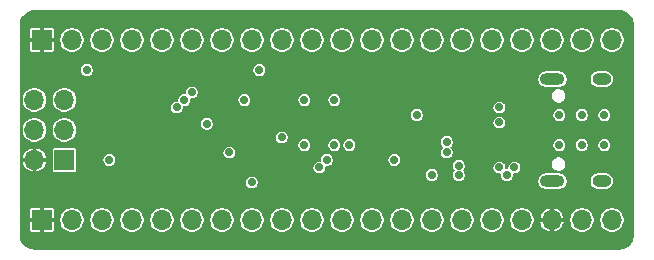
<source format=gbr>
G04 #@! TF.GenerationSoftware,KiCad,Pcbnew,9.0.0+dfsg-1*
G04 #@! TF.CreationDate,2025-03-10T08:37:07+08:00*
G04 #@! TF.ProjectId,gp,67702e6b-6963-4616-945f-706362585858,d*
G04 #@! TF.SameCoordinates,Original*
G04 #@! TF.FileFunction,Copper,L2,Inr*
G04 #@! TF.FilePolarity,Positive*
%FSLAX46Y46*%
G04 Gerber Fmt 4.6, Leading zero omitted, Abs format (unit mm)*
G04 Created by KiCad (PCBNEW 9.0.0+dfsg-1) date 2025-03-10 08:37:07*
%MOMM*%
%LPD*%
G01*
G04 APERTURE LIST*
G04 #@! TA.AperFunction,ComponentPad*
%ADD10R,1.700000X1.700000*%
G04 #@! TD*
G04 #@! TA.AperFunction,ComponentPad*
%ADD11O,1.700000X1.700000*%
G04 #@! TD*
G04 #@! TA.AperFunction,ComponentPad*
%ADD12O,2.100000X1.000000*%
G04 #@! TD*
G04 #@! TA.AperFunction,ComponentPad*
%ADD13O,1.600000X1.000000*%
G04 #@! TD*
G04 #@! TA.AperFunction,ViaPad*
%ADD14C,0.700000*%
G04 #@! TD*
G04 APERTURE END LIST*
D10*
G04 #@! TO.N,RST*
G04 #@! TO.C,J2*
X155575000Y-104140000D03*
D11*
G04 #@! TO.N,+3V3*
X153035000Y-104140000D03*
G04 #@! TO.N,SWCLK*
X155575000Y-101600000D03*
G04 #@! TO.N,SWDIO*
X153035000Y-101600000D03*
G04 #@! TO.N,GND*
X155575000Y-99060000D03*
G04 #@! TO.N,B3*
X153035000Y-99060000D03*
G04 #@! TD*
D12*
G04 #@! TO.N,GND*
G04 #@! TO.C,J1*
X196895000Y-105920000D03*
D13*
X201075000Y-105920000D03*
D12*
X196895000Y-97280000D03*
D13*
X201075000Y-97280000D03*
G04 #@! TD*
D10*
G04 #@! TO.N,+3V3*
G04 #@! TO.C,J4*
X153670000Y-93980000D03*
D11*
G04 #@! TO.N,GND*
X156210000Y-93980000D03*
G04 #@! TO.N,+5V*
X158750000Y-93980000D03*
G04 #@! TO.N,B9*
X161290000Y-93980000D03*
G04 #@! TO.N,B8*
X163830000Y-93980000D03*
G04 #@! TO.N,B7*
X166370000Y-93980000D03*
G04 #@! TO.N,B6*
X168910000Y-93980000D03*
G04 #@! TO.N,B5*
X171450000Y-93980000D03*
G04 #@! TO.N,B4*
X173990000Y-93980000D03*
G04 #@! TO.N,B3*
X176530000Y-93980000D03*
G04 #@! TO.N,A15*
X179070000Y-93980000D03*
G04 #@! TO.N,A12*
X181610000Y-93980000D03*
G04 #@! TO.N,A11*
X184150000Y-93980000D03*
G04 #@! TO.N,A10*
X186690000Y-93980000D03*
G04 #@! TO.N,A9*
X189230000Y-93980000D03*
G04 #@! TO.N,A8*
X191770000Y-93980000D03*
G04 #@! TO.N,B15*
X194310000Y-93980000D03*
G04 #@! TO.N,B14*
X196850000Y-93980000D03*
G04 #@! TO.N,B13*
X199390000Y-93980000D03*
G04 #@! TO.N,B12*
X201930000Y-93980000D03*
G04 #@! TD*
D10*
G04 #@! TO.N,+3V3*
G04 #@! TO.C,J3*
X153670000Y-109220000D03*
D11*
G04 #@! TO.N,C13*
X156210000Y-109220000D03*
G04 #@! TO.N,C14*
X158750000Y-109220000D03*
G04 #@! TO.N,C15*
X161290000Y-109220000D03*
G04 #@! TO.N,RST*
X163830000Y-109220000D03*
G04 #@! TO.N,A0*
X166370000Y-109220000D03*
G04 #@! TO.N,A1*
X168910000Y-109220000D03*
G04 #@! TO.N,A2*
X171450000Y-109220000D03*
G04 #@! TO.N,A3*
X173990000Y-109220000D03*
G04 #@! TO.N,A4*
X176530000Y-109220000D03*
G04 #@! TO.N,A5*
X179070000Y-109220000D03*
G04 #@! TO.N,A6*
X181610000Y-109220000D03*
G04 #@! TO.N,A7*
X184150000Y-109220000D03*
G04 #@! TO.N,B0*
X186690000Y-109220000D03*
G04 #@! TO.N,B1*
X189230000Y-109220000D03*
G04 #@! TO.N,B2*
X191770000Y-109220000D03*
G04 #@! TO.N,B10*
X194310000Y-109220000D03*
G04 #@! TO.N,+3V3*
X196850000Y-109220000D03*
G04 #@! TO.N,GND*
X199390000Y-109220000D03*
G04 #@! TO.N,+5V*
X201930000Y-109220000D03*
G04 #@! TD*
D14*
G04 #@! TO.N,GND*
X186690000Y-105410000D03*
X199390000Y-102870000D03*
X201295000Y-102870000D03*
X169545000Y-103505000D03*
X197485000Y-100330000D03*
X159385000Y-104140000D03*
X187960000Y-103505000D03*
X197485000Y-102870000D03*
X175895000Y-102870000D03*
X170815000Y-99060000D03*
X171450000Y-106045000D03*
X201295000Y-100330000D03*
X199390000Y-100330000D03*
X188976000Y-104648000D03*
X188976000Y-105410000D03*
X187960000Y-102616000D03*
G04 #@! TO.N,VBUS*
X192405000Y-104775000D03*
X193040000Y-105410000D03*
X193675000Y-104775000D03*
G04 #@! TO.N,+3V3*
X179070000Y-95885000D03*
X172085000Y-101600000D03*
X176143883Y-104388883D03*
X187325000Y-101600000D03*
X159385000Y-99695000D03*
X184150000Y-103365000D03*
G04 #@! TO.N,C13*
X185420000Y-100330000D03*
X173990000Y-102235000D03*
G04 #@! TO.N,A12*
X192405000Y-99695000D03*
G04 #@! TO.N,A11*
X192405000Y-100965000D03*
G04 #@! TO.N,A7*
X179705000Y-102870000D03*
X166370000Y-98425000D03*
G04 #@! TO.N,A6*
X165735000Y-99060000D03*
X178435000Y-102870000D03*
G04 #@! TO.N,A5*
X165100000Y-99695000D03*
X177800000Y-104140000D03*
G04 #@! TO.N,A4*
X167640000Y-101075700D03*
X177165000Y-104775000D03*
G04 #@! TO.N,BO0*
X172085000Y-96520000D03*
X183515000Y-104140000D03*
X157480000Y-96520000D03*
G04 #@! TO.N,SWCLK*
X175895000Y-99060000D03*
G04 #@! TO.N,SWDIO*
X178435000Y-99060000D03*
G04 #@! TD*
G04 #@! TA.AperFunction,Conductor*
G04 #@! TO.N,+3V3*
G36*
X202567947Y-91465731D02*
G01*
X202753791Y-91480358D01*
X202765430Y-91482201D01*
X202943817Y-91525028D01*
X202955033Y-91528672D01*
X203124528Y-91598879D01*
X203135036Y-91604234D01*
X203291455Y-91700088D01*
X203301002Y-91707024D01*
X203440498Y-91826166D01*
X203448837Y-91834505D01*
X203567975Y-91973997D01*
X203574911Y-91983544D01*
X203670765Y-92139963D01*
X203676123Y-92150477D01*
X203746326Y-92319963D01*
X203749972Y-92331186D01*
X203792796Y-92509561D01*
X203794642Y-92521216D01*
X203809268Y-92707052D01*
X203809500Y-92712952D01*
X203809500Y-110487047D01*
X203809268Y-110492947D01*
X203794642Y-110678783D01*
X203792796Y-110690438D01*
X203749972Y-110868813D01*
X203746326Y-110880036D01*
X203676123Y-111049522D01*
X203670765Y-111060036D01*
X203574911Y-111216455D01*
X203567975Y-111226002D01*
X203448837Y-111365494D01*
X203440494Y-111373837D01*
X203301002Y-111492975D01*
X203291455Y-111499911D01*
X203135036Y-111595765D01*
X203124522Y-111601123D01*
X202955036Y-111671326D01*
X202943813Y-111674972D01*
X202765438Y-111717796D01*
X202753783Y-111719642D01*
X202567948Y-111734268D01*
X202562048Y-111734500D01*
X153037952Y-111734500D01*
X153032052Y-111734268D01*
X152846216Y-111719642D01*
X152834561Y-111717796D01*
X152656186Y-111674972D01*
X152644963Y-111671326D01*
X152475477Y-111601123D01*
X152464963Y-111595765D01*
X152308544Y-111499911D01*
X152298997Y-111492975D01*
X152259027Y-111458838D01*
X152159501Y-111373833D01*
X152151166Y-111365498D01*
X152032024Y-111226002D01*
X152025088Y-111216455D01*
X151929234Y-111060036D01*
X151923879Y-111049528D01*
X151853672Y-110880033D01*
X151850027Y-110868813D01*
X151807201Y-110690430D01*
X151805358Y-110678791D01*
X151790732Y-110492947D01*
X151790500Y-110487047D01*
X151790500Y-108354987D01*
X152667600Y-108354987D01*
X152667600Y-109067600D01*
X153193198Y-109067600D01*
X153170000Y-109154174D01*
X153170000Y-109285826D01*
X153193198Y-109372400D01*
X152667600Y-109372400D01*
X152667600Y-110085012D01*
X152676441Y-110129462D01*
X152676442Y-110129464D01*
X152710126Y-110179873D01*
X152760535Y-110213557D01*
X152760537Y-110213558D01*
X152804987Y-110222400D01*
X153517600Y-110222400D01*
X153517600Y-109696802D01*
X153604174Y-109720000D01*
X153735826Y-109720000D01*
X153822400Y-109696802D01*
X153822400Y-110222400D01*
X154535013Y-110222400D01*
X154579462Y-110213558D01*
X154579464Y-110213557D01*
X154629873Y-110179873D01*
X154663557Y-110129464D01*
X154663558Y-110129462D01*
X154672400Y-110085012D01*
X154672400Y-109372400D01*
X154146802Y-109372400D01*
X154170000Y-109285826D01*
X154170000Y-109154174D01*
X154161170Y-109121222D01*
X155207100Y-109121222D01*
X155207100Y-109318777D01*
X155245641Y-109512537D01*
X155245642Y-109512538D01*
X155321241Y-109695051D01*
X155430996Y-109859312D01*
X155430997Y-109859313D01*
X155431000Y-109859317D01*
X155570682Y-109998999D01*
X155570685Y-109999001D01*
X155570688Y-109999004D01*
X155734949Y-110108759D01*
X155917461Y-110184357D01*
X155917462Y-110184358D01*
X155917463Y-110184358D01*
X155917465Y-110184359D01*
X156047218Y-110210168D01*
X156111222Y-110222900D01*
X156111223Y-110222900D01*
X156308778Y-110222900D01*
X156364967Y-110211723D01*
X156502535Y-110184359D01*
X156685051Y-110108759D01*
X156849312Y-109999004D01*
X156989004Y-109859312D01*
X157098759Y-109695051D01*
X157174359Y-109512535D01*
X157212900Y-109318777D01*
X157212900Y-109121223D01*
X157212900Y-109121222D01*
X157747100Y-109121222D01*
X157747100Y-109318777D01*
X157785641Y-109512537D01*
X157785642Y-109512538D01*
X157861241Y-109695051D01*
X157970996Y-109859312D01*
X157970997Y-109859313D01*
X157971000Y-109859317D01*
X158110682Y-109998999D01*
X158110685Y-109999001D01*
X158110688Y-109999004D01*
X158274949Y-110108759D01*
X158457461Y-110184357D01*
X158457462Y-110184358D01*
X158457463Y-110184358D01*
X158457465Y-110184359D01*
X158587218Y-110210168D01*
X158651222Y-110222900D01*
X158651223Y-110222900D01*
X158848778Y-110222900D01*
X158904967Y-110211723D01*
X159042535Y-110184359D01*
X159225051Y-110108759D01*
X159389312Y-109999004D01*
X159529004Y-109859312D01*
X159638759Y-109695051D01*
X159714359Y-109512535D01*
X159752900Y-109318777D01*
X159752900Y-109121223D01*
X159752900Y-109121222D01*
X160287100Y-109121222D01*
X160287100Y-109318777D01*
X160325641Y-109512537D01*
X160325642Y-109512538D01*
X160401241Y-109695051D01*
X160510996Y-109859312D01*
X160510997Y-109859313D01*
X160511000Y-109859317D01*
X160650682Y-109998999D01*
X160650685Y-109999001D01*
X160650688Y-109999004D01*
X160814949Y-110108759D01*
X160997461Y-110184357D01*
X160997462Y-110184358D01*
X160997463Y-110184358D01*
X160997465Y-110184359D01*
X161127218Y-110210168D01*
X161191222Y-110222900D01*
X161191223Y-110222900D01*
X161388778Y-110222900D01*
X161444967Y-110211723D01*
X161582535Y-110184359D01*
X161765051Y-110108759D01*
X161929312Y-109999004D01*
X162069004Y-109859312D01*
X162178759Y-109695051D01*
X162254359Y-109512535D01*
X162292900Y-109318777D01*
X162292900Y-109121223D01*
X162292900Y-109121222D01*
X162827100Y-109121222D01*
X162827100Y-109318777D01*
X162865641Y-109512537D01*
X162865642Y-109512538D01*
X162941241Y-109695051D01*
X163050996Y-109859312D01*
X163050997Y-109859313D01*
X163051000Y-109859317D01*
X163190682Y-109998999D01*
X163190685Y-109999001D01*
X163190688Y-109999004D01*
X163354949Y-110108759D01*
X163537461Y-110184357D01*
X163537462Y-110184358D01*
X163537463Y-110184358D01*
X163537465Y-110184359D01*
X163667218Y-110210168D01*
X163731222Y-110222900D01*
X163731223Y-110222900D01*
X163928778Y-110222900D01*
X163984967Y-110211723D01*
X164122535Y-110184359D01*
X164305051Y-110108759D01*
X164469312Y-109999004D01*
X164609004Y-109859312D01*
X164718759Y-109695051D01*
X164794359Y-109512535D01*
X164832900Y-109318777D01*
X164832900Y-109121223D01*
X164832900Y-109121222D01*
X165367100Y-109121222D01*
X165367100Y-109318777D01*
X165405641Y-109512537D01*
X165405642Y-109512538D01*
X165481241Y-109695051D01*
X165590996Y-109859312D01*
X165590997Y-109859313D01*
X165591000Y-109859317D01*
X165730682Y-109998999D01*
X165730685Y-109999001D01*
X165730688Y-109999004D01*
X165894949Y-110108759D01*
X166077461Y-110184357D01*
X166077462Y-110184358D01*
X166077463Y-110184358D01*
X166077465Y-110184359D01*
X166207218Y-110210168D01*
X166271222Y-110222900D01*
X166271223Y-110222900D01*
X166468778Y-110222900D01*
X166524967Y-110211723D01*
X166662535Y-110184359D01*
X166845051Y-110108759D01*
X167009312Y-109999004D01*
X167149004Y-109859312D01*
X167258759Y-109695051D01*
X167334359Y-109512535D01*
X167372900Y-109318777D01*
X167372900Y-109121223D01*
X167372900Y-109121222D01*
X167907100Y-109121222D01*
X167907100Y-109318777D01*
X167945641Y-109512537D01*
X167945642Y-109512538D01*
X168021241Y-109695051D01*
X168130996Y-109859312D01*
X168130997Y-109859313D01*
X168131000Y-109859317D01*
X168270682Y-109998999D01*
X168270685Y-109999001D01*
X168270688Y-109999004D01*
X168434949Y-110108759D01*
X168617461Y-110184357D01*
X168617462Y-110184358D01*
X168617463Y-110184358D01*
X168617465Y-110184359D01*
X168747218Y-110210168D01*
X168811222Y-110222900D01*
X168811223Y-110222900D01*
X169008778Y-110222900D01*
X169064967Y-110211723D01*
X169202535Y-110184359D01*
X169385051Y-110108759D01*
X169549312Y-109999004D01*
X169689004Y-109859312D01*
X169798759Y-109695051D01*
X169874359Y-109512535D01*
X169912900Y-109318777D01*
X169912900Y-109121223D01*
X169912900Y-109121222D01*
X170447100Y-109121222D01*
X170447100Y-109318777D01*
X170485641Y-109512537D01*
X170485642Y-109512538D01*
X170561241Y-109695051D01*
X170670996Y-109859312D01*
X170670997Y-109859313D01*
X170671000Y-109859317D01*
X170810682Y-109998999D01*
X170810685Y-109999001D01*
X170810688Y-109999004D01*
X170974949Y-110108759D01*
X171157461Y-110184357D01*
X171157462Y-110184358D01*
X171157463Y-110184358D01*
X171157465Y-110184359D01*
X171287218Y-110210168D01*
X171351222Y-110222900D01*
X171351223Y-110222900D01*
X171548778Y-110222900D01*
X171604967Y-110211723D01*
X171742535Y-110184359D01*
X171925051Y-110108759D01*
X172089312Y-109999004D01*
X172229004Y-109859312D01*
X172338759Y-109695051D01*
X172414359Y-109512535D01*
X172452900Y-109318777D01*
X172452900Y-109121223D01*
X172452900Y-109121222D01*
X172987100Y-109121222D01*
X172987100Y-109318777D01*
X173025641Y-109512537D01*
X173025642Y-109512538D01*
X173101241Y-109695051D01*
X173210996Y-109859312D01*
X173210997Y-109859313D01*
X173211000Y-109859317D01*
X173350682Y-109998999D01*
X173350685Y-109999001D01*
X173350688Y-109999004D01*
X173514949Y-110108759D01*
X173697461Y-110184357D01*
X173697462Y-110184358D01*
X173697463Y-110184358D01*
X173697465Y-110184359D01*
X173827218Y-110210168D01*
X173891222Y-110222900D01*
X173891223Y-110222900D01*
X174088778Y-110222900D01*
X174144967Y-110211723D01*
X174282535Y-110184359D01*
X174465051Y-110108759D01*
X174629312Y-109999004D01*
X174769004Y-109859312D01*
X174878759Y-109695051D01*
X174954359Y-109512535D01*
X174992900Y-109318777D01*
X174992900Y-109121223D01*
X174992900Y-109121222D01*
X175527100Y-109121222D01*
X175527100Y-109318777D01*
X175565641Y-109512537D01*
X175565642Y-109512538D01*
X175641241Y-109695051D01*
X175750996Y-109859312D01*
X175750997Y-109859313D01*
X175751000Y-109859317D01*
X175890682Y-109998999D01*
X175890685Y-109999001D01*
X175890688Y-109999004D01*
X176054949Y-110108759D01*
X176237461Y-110184357D01*
X176237462Y-110184358D01*
X176237463Y-110184358D01*
X176237465Y-110184359D01*
X176367218Y-110210168D01*
X176431222Y-110222900D01*
X176431223Y-110222900D01*
X176628778Y-110222900D01*
X176684967Y-110211723D01*
X176822535Y-110184359D01*
X177005051Y-110108759D01*
X177169312Y-109999004D01*
X177309004Y-109859312D01*
X177418759Y-109695051D01*
X177494359Y-109512535D01*
X177532900Y-109318777D01*
X177532900Y-109121223D01*
X177532900Y-109121222D01*
X178067100Y-109121222D01*
X178067100Y-109318777D01*
X178105641Y-109512537D01*
X178105642Y-109512538D01*
X178181241Y-109695051D01*
X178290996Y-109859312D01*
X178290997Y-109859313D01*
X178291000Y-109859317D01*
X178430682Y-109998999D01*
X178430685Y-109999001D01*
X178430688Y-109999004D01*
X178594949Y-110108759D01*
X178777461Y-110184357D01*
X178777462Y-110184358D01*
X178777463Y-110184358D01*
X178777465Y-110184359D01*
X178907218Y-110210168D01*
X178971222Y-110222900D01*
X178971223Y-110222900D01*
X179168778Y-110222900D01*
X179224967Y-110211723D01*
X179362535Y-110184359D01*
X179545051Y-110108759D01*
X179709312Y-109999004D01*
X179849004Y-109859312D01*
X179958759Y-109695051D01*
X180034359Y-109512535D01*
X180072900Y-109318777D01*
X180072900Y-109121223D01*
X180072900Y-109121222D01*
X180607100Y-109121222D01*
X180607100Y-109318777D01*
X180645641Y-109512537D01*
X180645642Y-109512538D01*
X180721241Y-109695051D01*
X180830996Y-109859312D01*
X180830997Y-109859313D01*
X180831000Y-109859317D01*
X180970682Y-109998999D01*
X180970685Y-109999001D01*
X180970688Y-109999004D01*
X181134949Y-110108759D01*
X181317461Y-110184357D01*
X181317462Y-110184358D01*
X181317463Y-110184358D01*
X181317465Y-110184359D01*
X181447218Y-110210168D01*
X181511222Y-110222900D01*
X181511223Y-110222900D01*
X181708778Y-110222900D01*
X181764967Y-110211723D01*
X181902535Y-110184359D01*
X182085051Y-110108759D01*
X182249312Y-109999004D01*
X182389004Y-109859312D01*
X182498759Y-109695051D01*
X182574359Y-109512535D01*
X182612900Y-109318777D01*
X182612900Y-109121223D01*
X182612900Y-109121222D01*
X183147100Y-109121222D01*
X183147100Y-109318777D01*
X183185641Y-109512537D01*
X183185642Y-109512538D01*
X183261241Y-109695051D01*
X183370996Y-109859312D01*
X183370997Y-109859313D01*
X183371000Y-109859317D01*
X183510682Y-109998999D01*
X183510685Y-109999001D01*
X183510688Y-109999004D01*
X183674949Y-110108759D01*
X183857461Y-110184357D01*
X183857462Y-110184358D01*
X183857463Y-110184358D01*
X183857465Y-110184359D01*
X183987218Y-110210168D01*
X184051222Y-110222900D01*
X184051223Y-110222900D01*
X184248778Y-110222900D01*
X184304967Y-110211723D01*
X184442535Y-110184359D01*
X184625051Y-110108759D01*
X184789312Y-109999004D01*
X184929004Y-109859312D01*
X185038759Y-109695051D01*
X185114359Y-109512535D01*
X185152900Y-109318777D01*
X185152900Y-109121223D01*
X185152900Y-109121222D01*
X185687100Y-109121222D01*
X185687100Y-109318777D01*
X185725641Y-109512537D01*
X185725642Y-109512538D01*
X185801241Y-109695051D01*
X185910996Y-109859312D01*
X185910997Y-109859313D01*
X185911000Y-109859317D01*
X186050682Y-109998999D01*
X186050685Y-109999001D01*
X186050688Y-109999004D01*
X186214949Y-110108759D01*
X186397461Y-110184357D01*
X186397462Y-110184358D01*
X186397463Y-110184358D01*
X186397465Y-110184359D01*
X186527218Y-110210168D01*
X186591222Y-110222900D01*
X186591223Y-110222900D01*
X186788778Y-110222900D01*
X186844967Y-110211723D01*
X186982535Y-110184359D01*
X187165051Y-110108759D01*
X187329312Y-109999004D01*
X187469004Y-109859312D01*
X187578759Y-109695051D01*
X187654359Y-109512535D01*
X187692900Y-109318777D01*
X187692900Y-109121223D01*
X187692900Y-109121222D01*
X188227100Y-109121222D01*
X188227100Y-109318777D01*
X188265641Y-109512537D01*
X188265642Y-109512538D01*
X188341241Y-109695051D01*
X188450996Y-109859312D01*
X188450997Y-109859313D01*
X188451000Y-109859317D01*
X188590682Y-109998999D01*
X188590685Y-109999001D01*
X188590688Y-109999004D01*
X188754949Y-110108759D01*
X188937461Y-110184357D01*
X188937462Y-110184358D01*
X188937463Y-110184358D01*
X188937465Y-110184359D01*
X189067218Y-110210168D01*
X189131222Y-110222900D01*
X189131223Y-110222900D01*
X189328778Y-110222900D01*
X189384967Y-110211723D01*
X189522535Y-110184359D01*
X189705051Y-110108759D01*
X189869312Y-109999004D01*
X190009004Y-109859312D01*
X190118759Y-109695051D01*
X190194359Y-109512535D01*
X190232900Y-109318777D01*
X190232900Y-109121223D01*
X190232900Y-109121222D01*
X190767100Y-109121222D01*
X190767100Y-109318777D01*
X190805641Y-109512537D01*
X190805642Y-109512538D01*
X190881241Y-109695051D01*
X190990996Y-109859312D01*
X190990997Y-109859313D01*
X190991000Y-109859317D01*
X191130682Y-109998999D01*
X191130685Y-109999001D01*
X191130688Y-109999004D01*
X191294949Y-110108759D01*
X191477461Y-110184357D01*
X191477462Y-110184358D01*
X191477463Y-110184358D01*
X191477465Y-110184359D01*
X191607218Y-110210168D01*
X191671222Y-110222900D01*
X191671223Y-110222900D01*
X191868778Y-110222900D01*
X191924967Y-110211723D01*
X192062535Y-110184359D01*
X192245051Y-110108759D01*
X192409312Y-109999004D01*
X192549004Y-109859312D01*
X192658759Y-109695051D01*
X192734359Y-109512535D01*
X192772900Y-109318777D01*
X192772900Y-109121223D01*
X192772900Y-109121222D01*
X193307100Y-109121222D01*
X193307100Y-109318777D01*
X193345641Y-109512537D01*
X193345642Y-109512538D01*
X193421241Y-109695051D01*
X193530996Y-109859312D01*
X193530997Y-109859313D01*
X193531000Y-109859317D01*
X193670682Y-109998999D01*
X193670685Y-109999001D01*
X193670688Y-109999004D01*
X193834949Y-110108759D01*
X194017461Y-110184357D01*
X194017462Y-110184358D01*
X194017463Y-110184358D01*
X194017465Y-110184359D01*
X194147218Y-110210168D01*
X194211222Y-110222900D01*
X194211223Y-110222900D01*
X194408778Y-110222900D01*
X194464967Y-110211723D01*
X194602535Y-110184359D01*
X194785051Y-110108759D01*
X194949312Y-109999004D01*
X195089004Y-109859312D01*
X195198759Y-109695051D01*
X195274359Y-109512535D01*
X195312900Y-109318777D01*
X195312900Y-109121223D01*
X195311446Y-109113914D01*
X195309173Y-109102483D01*
X195302234Y-109067600D01*
X195858276Y-109067600D01*
X196373198Y-109067600D01*
X196350000Y-109154174D01*
X196350000Y-109285826D01*
X196373198Y-109372400D01*
X195858276Y-109372400D01*
X195886121Y-109512385D01*
X195886122Y-109512388D01*
X195961684Y-109694812D01*
X196071389Y-109858998D01*
X196211001Y-109998610D01*
X196375187Y-110108315D01*
X196557607Y-110183876D01*
X196557608Y-110183877D01*
X196697599Y-110211723D01*
X196697600Y-110211723D01*
X196697600Y-109696802D01*
X196784174Y-109720000D01*
X196915826Y-109720000D01*
X197002400Y-109696802D01*
X197002400Y-110211723D01*
X197142391Y-110183877D01*
X197142392Y-110183876D01*
X197324812Y-110108315D01*
X197488998Y-109998610D01*
X197628610Y-109858998D01*
X197738315Y-109694812D01*
X197813877Y-109512388D01*
X197813878Y-109512385D01*
X197841724Y-109372400D01*
X197326802Y-109372400D01*
X197350000Y-109285826D01*
X197350000Y-109154174D01*
X197341170Y-109121222D01*
X198387100Y-109121222D01*
X198387100Y-109318777D01*
X198425641Y-109512537D01*
X198425642Y-109512538D01*
X198501241Y-109695051D01*
X198610996Y-109859312D01*
X198610997Y-109859313D01*
X198611000Y-109859317D01*
X198750682Y-109998999D01*
X198750685Y-109999001D01*
X198750688Y-109999004D01*
X198914949Y-110108759D01*
X199097461Y-110184357D01*
X199097462Y-110184358D01*
X199097463Y-110184358D01*
X199097465Y-110184359D01*
X199227218Y-110210168D01*
X199291222Y-110222900D01*
X199291223Y-110222900D01*
X199488778Y-110222900D01*
X199544967Y-110211723D01*
X199682535Y-110184359D01*
X199865051Y-110108759D01*
X200029312Y-109999004D01*
X200169004Y-109859312D01*
X200278759Y-109695051D01*
X200354359Y-109512535D01*
X200392900Y-109318777D01*
X200392900Y-109121223D01*
X200392900Y-109121222D01*
X200927100Y-109121222D01*
X200927100Y-109318777D01*
X200965641Y-109512537D01*
X200965642Y-109512538D01*
X201041241Y-109695051D01*
X201150996Y-109859312D01*
X201150997Y-109859313D01*
X201151000Y-109859317D01*
X201290682Y-109998999D01*
X201290685Y-109999001D01*
X201290688Y-109999004D01*
X201454949Y-110108759D01*
X201637461Y-110184357D01*
X201637462Y-110184358D01*
X201637463Y-110184358D01*
X201637465Y-110184359D01*
X201767218Y-110210168D01*
X201831222Y-110222900D01*
X201831223Y-110222900D01*
X202028778Y-110222900D01*
X202084967Y-110211723D01*
X202222535Y-110184359D01*
X202405051Y-110108759D01*
X202569312Y-109999004D01*
X202709004Y-109859312D01*
X202818759Y-109695051D01*
X202894359Y-109512535D01*
X202932900Y-109318777D01*
X202932900Y-109121223D01*
X202932899Y-109121220D01*
X202914159Y-109027007D01*
X202894359Y-108927465D01*
X202818759Y-108744949D01*
X202709004Y-108580688D01*
X202709001Y-108580685D01*
X202708999Y-108580682D01*
X202569317Y-108441000D01*
X202569313Y-108440997D01*
X202569312Y-108440996D01*
X202405051Y-108331241D01*
X202233363Y-108260126D01*
X202222538Y-108255642D01*
X202222537Y-108255641D01*
X202028778Y-108217100D01*
X202028777Y-108217100D01*
X201831223Y-108217100D01*
X201831222Y-108217100D01*
X201637462Y-108255641D01*
X201637461Y-108255642D01*
X201454950Y-108331240D01*
X201290682Y-108441000D01*
X201151000Y-108580682D01*
X201041240Y-108744950D01*
X200965642Y-108927461D01*
X200965641Y-108927462D01*
X200927100Y-109121222D01*
X200392900Y-109121222D01*
X200392899Y-109121220D01*
X200374159Y-109027007D01*
X200354359Y-108927465D01*
X200278759Y-108744949D01*
X200169004Y-108580688D01*
X200169001Y-108580685D01*
X200168999Y-108580682D01*
X200029317Y-108441000D01*
X200029313Y-108440997D01*
X200029312Y-108440996D01*
X199865051Y-108331241D01*
X199693363Y-108260126D01*
X199682538Y-108255642D01*
X199682537Y-108255641D01*
X199488778Y-108217100D01*
X199488777Y-108217100D01*
X199291223Y-108217100D01*
X199291222Y-108217100D01*
X199097462Y-108255641D01*
X199097461Y-108255642D01*
X198914950Y-108331240D01*
X198750682Y-108441000D01*
X198611000Y-108580682D01*
X198501240Y-108744950D01*
X198425642Y-108927461D01*
X198425641Y-108927462D01*
X198387100Y-109121222D01*
X197341170Y-109121222D01*
X197326802Y-109067600D01*
X197841724Y-109067600D01*
X197813878Y-108927614D01*
X197813877Y-108927611D01*
X197738315Y-108745187D01*
X197628610Y-108581001D01*
X197488998Y-108441389D01*
X197324812Y-108331684D01*
X197142388Y-108256122D01*
X197142385Y-108256121D01*
X197002400Y-108228276D01*
X197002400Y-108743197D01*
X196915826Y-108720000D01*
X196784174Y-108720000D01*
X196697600Y-108743197D01*
X196697600Y-108228276D01*
X196557614Y-108256121D01*
X196557611Y-108256122D01*
X196375187Y-108331684D01*
X196211001Y-108441389D01*
X196071389Y-108581001D01*
X195961684Y-108745187D01*
X195886122Y-108927611D01*
X195886121Y-108927614D01*
X195858276Y-109067600D01*
X195302234Y-109067600D01*
X195291357Y-109012922D01*
X195274359Y-108927465D01*
X195198759Y-108744949D01*
X195089004Y-108580688D01*
X195089001Y-108580685D01*
X195088999Y-108580682D01*
X194949317Y-108441000D01*
X194949313Y-108440997D01*
X194949312Y-108440996D01*
X194785051Y-108331241D01*
X194613363Y-108260126D01*
X194602538Y-108255642D01*
X194602537Y-108255641D01*
X194408778Y-108217100D01*
X194408777Y-108217100D01*
X194211223Y-108217100D01*
X194211222Y-108217100D01*
X194017462Y-108255641D01*
X194017461Y-108255642D01*
X193834950Y-108331240D01*
X193670682Y-108441000D01*
X193531000Y-108580682D01*
X193421240Y-108744950D01*
X193345642Y-108927461D01*
X193345641Y-108927462D01*
X193307100Y-109121222D01*
X192772900Y-109121222D01*
X192772899Y-109121220D01*
X192754159Y-109027007D01*
X192734359Y-108927465D01*
X192658759Y-108744949D01*
X192549004Y-108580688D01*
X192549001Y-108580685D01*
X192548999Y-108580682D01*
X192409317Y-108441000D01*
X192409313Y-108440997D01*
X192409312Y-108440996D01*
X192245051Y-108331241D01*
X192073363Y-108260126D01*
X192062538Y-108255642D01*
X192062537Y-108255641D01*
X191868778Y-108217100D01*
X191868777Y-108217100D01*
X191671223Y-108217100D01*
X191671222Y-108217100D01*
X191477462Y-108255641D01*
X191477461Y-108255642D01*
X191294950Y-108331240D01*
X191130682Y-108441000D01*
X190991000Y-108580682D01*
X190881240Y-108744950D01*
X190805642Y-108927461D01*
X190805641Y-108927462D01*
X190767100Y-109121222D01*
X190232900Y-109121222D01*
X190232899Y-109121220D01*
X190214159Y-109027007D01*
X190194359Y-108927465D01*
X190118759Y-108744949D01*
X190009004Y-108580688D01*
X190009001Y-108580685D01*
X190008999Y-108580682D01*
X189869317Y-108441000D01*
X189869313Y-108440997D01*
X189869312Y-108440996D01*
X189705051Y-108331241D01*
X189533363Y-108260126D01*
X189522538Y-108255642D01*
X189522537Y-108255641D01*
X189328778Y-108217100D01*
X189328777Y-108217100D01*
X189131223Y-108217100D01*
X189131222Y-108217100D01*
X188937462Y-108255641D01*
X188937461Y-108255642D01*
X188754950Y-108331240D01*
X188590682Y-108441000D01*
X188451000Y-108580682D01*
X188341240Y-108744950D01*
X188265642Y-108927461D01*
X188265641Y-108927462D01*
X188227100Y-109121222D01*
X187692900Y-109121222D01*
X187692899Y-109121220D01*
X187674159Y-109027007D01*
X187654359Y-108927465D01*
X187578759Y-108744949D01*
X187469004Y-108580688D01*
X187469001Y-108580685D01*
X187468999Y-108580682D01*
X187329317Y-108441000D01*
X187329313Y-108440997D01*
X187329312Y-108440996D01*
X187165051Y-108331241D01*
X186993363Y-108260126D01*
X186982538Y-108255642D01*
X186982537Y-108255641D01*
X186788778Y-108217100D01*
X186788777Y-108217100D01*
X186591223Y-108217100D01*
X186591222Y-108217100D01*
X186397462Y-108255641D01*
X186397461Y-108255642D01*
X186214950Y-108331240D01*
X186050682Y-108441000D01*
X185911000Y-108580682D01*
X185801240Y-108744950D01*
X185725642Y-108927461D01*
X185725641Y-108927462D01*
X185687100Y-109121222D01*
X185152900Y-109121222D01*
X185152899Y-109121220D01*
X185134159Y-109027007D01*
X185114359Y-108927465D01*
X185038759Y-108744949D01*
X184929004Y-108580688D01*
X184929001Y-108580685D01*
X184928999Y-108580682D01*
X184789317Y-108441000D01*
X184789313Y-108440997D01*
X184789312Y-108440996D01*
X184625051Y-108331241D01*
X184453363Y-108260126D01*
X184442538Y-108255642D01*
X184442537Y-108255641D01*
X184248778Y-108217100D01*
X184248777Y-108217100D01*
X184051223Y-108217100D01*
X184051222Y-108217100D01*
X183857462Y-108255641D01*
X183857461Y-108255642D01*
X183674950Y-108331240D01*
X183510682Y-108441000D01*
X183371000Y-108580682D01*
X183261240Y-108744950D01*
X183185642Y-108927461D01*
X183185641Y-108927462D01*
X183147100Y-109121222D01*
X182612900Y-109121222D01*
X182612899Y-109121220D01*
X182594159Y-109027007D01*
X182574359Y-108927465D01*
X182498759Y-108744949D01*
X182389004Y-108580688D01*
X182389001Y-108580685D01*
X182388999Y-108580682D01*
X182249317Y-108441000D01*
X182249313Y-108440997D01*
X182249312Y-108440996D01*
X182085051Y-108331241D01*
X181913363Y-108260126D01*
X181902538Y-108255642D01*
X181902537Y-108255641D01*
X181708778Y-108217100D01*
X181708777Y-108217100D01*
X181511223Y-108217100D01*
X181511222Y-108217100D01*
X181317462Y-108255641D01*
X181317461Y-108255642D01*
X181134950Y-108331240D01*
X180970682Y-108441000D01*
X180831000Y-108580682D01*
X180721240Y-108744950D01*
X180645642Y-108927461D01*
X180645641Y-108927462D01*
X180607100Y-109121222D01*
X180072900Y-109121222D01*
X180072899Y-109121220D01*
X180054159Y-109027007D01*
X180034359Y-108927465D01*
X179958759Y-108744949D01*
X179849004Y-108580688D01*
X179849001Y-108580685D01*
X179848999Y-108580682D01*
X179709317Y-108441000D01*
X179709313Y-108440997D01*
X179709312Y-108440996D01*
X179545051Y-108331241D01*
X179373363Y-108260126D01*
X179362538Y-108255642D01*
X179362537Y-108255641D01*
X179168778Y-108217100D01*
X179168777Y-108217100D01*
X178971223Y-108217100D01*
X178971222Y-108217100D01*
X178777462Y-108255641D01*
X178777461Y-108255642D01*
X178594950Y-108331240D01*
X178430682Y-108441000D01*
X178291000Y-108580682D01*
X178181240Y-108744950D01*
X178105642Y-108927461D01*
X178105641Y-108927462D01*
X178067100Y-109121222D01*
X177532900Y-109121222D01*
X177532899Y-109121220D01*
X177514159Y-109027007D01*
X177494359Y-108927465D01*
X177418759Y-108744949D01*
X177309004Y-108580688D01*
X177309001Y-108580685D01*
X177308999Y-108580682D01*
X177169317Y-108441000D01*
X177169313Y-108440997D01*
X177169312Y-108440996D01*
X177005051Y-108331241D01*
X176833363Y-108260126D01*
X176822538Y-108255642D01*
X176822537Y-108255641D01*
X176628778Y-108217100D01*
X176628777Y-108217100D01*
X176431223Y-108217100D01*
X176431222Y-108217100D01*
X176237462Y-108255641D01*
X176237461Y-108255642D01*
X176054950Y-108331240D01*
X175890682Y-108441000D01*
X175751000Y-108580682D01*
X175641240Y-108744950D01*
X175565642Y-108927461D01*
X175565641Y-108927462D01*
X175527100Y-109121222D01*
X174992900Y-109121222D01*
X174992899Y-109121220D01*
X174974159Y-109027007D01*
X174954359Y-108927465D01*
X174878759Y-108744949D01*
X174769004Y-108580688D01*
X174769001Y-108580685D01*
X174768999Y-108580682D01*
X174629317Y-108441000D01*
X174629313Y-108440997D01*
X174629312Y-108440996D01*
X174465051Y-108331241D01*
X174293363Y-108260126D01*
X174282538Y-108255642D01*
X174282537Y-108255641D01*
X174088778Y-108217100D01*
X174088777Y-108217100D01*
X173891223Y-108217100D01*
X173891222Y-108217100D01*
X173697462Y-108255641D01*
X173697461Y-108255642D01*
X173514950Y-108331240D01*
X173350682Y-108441000D01*
X173211000Y-108580682D01*
X173101240Y-108744950D01*
X173025642Y-108927461D01*
X173025641Y-108927462D01*
X172987100Y-109121222D01*
X172452900Y-109121222D01*
X172452899Y-109121220D01*
X172434159Y-109027007D01*
X172414359Y-108927465D01*
X172338759Y-108744949D01*
X172229004Y-108580688D01*
X172229001Y-108580685D01*
X172228999Y-108580682D01*
X172089317Y-108441000D01*
X172089313Y-108440997D01*
X172089312Y-108440996D01*
X171925051Y-108331241D01*
X171753363Y-108260126D01*
X171742538Y-108255642D01*
X171742537Y-108255641D01*
X171548778Y-108217100D01*
X171548777Y-108217100D01*
X171351223Y-108217100D01*
X171351222Y-108217100D01*
X171157462Y-108255641D01*
X171157461Y-108255642D01*
X170974950Y-108331240D01*
X170810682Y-108441000D01*
X170671000Y-108580682D01*
X170561240Y-108744950D01*
X170485642Y-108927461D01*
X170485641Y-108927462D01*
X170447100Y-109121222D01*
X169912900Y-109121222D01*
X169912899Y-109121220D01*
X169894159Y-109027007D01*
X169874359Y-108927465D01*
X169798759Y-108744949D01*
X169689004Y-108580688D01*
X169689001Y-108580685D01*
X169688999Y-108580682D01*
X169549317Y-108441000D01*
X169549313Y-108440997D01*
X169549312Y-108440996D01*
X169385051Y-108331241D01*
X169213363Y-108260126D01*
X169202538Y-108255642D01*
X169202537Y-108255641D01*
X169008778Y-108217100D01*
X169008777Y-108217100D01*
X168811223Y-108217100D01*
X168811222Y-108217100D01*
X168617462Y-108255641D01*
X168617461Y-108255642D01*
X168434950Y-108331240D01*
X168270682Y-108441000D01*
X168131000Y-108580682D01*
X168021240Y-108744950D01*
X167945642Y-108927461D01*
X167945641Y-108927462D01*
X167907100Y-109121222D01*
X167372900Y-109121222D01*
X167372899Y-109121220D01*
X167354159Y-109027007D01*
X167334359Y-108927465D01*
X167258759Y-108744949D01*
X167149004Y-108580688D01*
X167149001Y-108580685D01*
X167148999Y-108580682D01*
X167009317Y-108441000D01*
X167009313Y-108440997D01*
X167009312Y-108440996D01*
X166845051Y-108331241D01*
X166673363Y-108260126D01*
X166662538Y-108255642D01*
X166662537Y-108255641D01*
X166468778Y-108217100D01*
X166468777Y-108217100D01*
X166271223Y-108217100D01*
X166271222Y-108217100D01*
X166077462Y-108255641D01*
X166077461Y-108255642D01*
X165894950Y-108331240D01*
X165730682Y-108441000D01*
X165591000Y-108580682D01*
X165481240Y-108744950D01*
X165405642Y-108927461D01*
X165405641Y-108927462D01*
X165367100Y-109121222D01*
X164832900Y-109121222D01*
X164832899Y-109121220D01*
X164814159Y-109027007D01*
X164794359Y-108927465D01*
X164718759Y-108744949D01*
X164609004Y-108580688D01*
X164609001Y-108580685D01*
X164608999Y-108580682D01*
X164469317Y-108441000D01*
X164469313Y-108440997D01*
X164469312Y-108440996D01*
X164305051Y-108331241D01*
X164133363Y-108260126D01*
X164122538Y-108255642D01*
X164122537Y-108255641D01*
X163928778Y-108217100D01*
X163928777Y-108217100D01*
X163731223Y-108217100D01*
X163731222Y-108217100D01*
X163537462Y-108255641D01*
X163537461Y-108255642D01*
X163354950Y-108331240D01*
X163190682Y-108441000D01*
X163051000Y-108580682D01*
X162941240Y-108744950D01*
X162865642Y-108927461D01*
X162865641Y-108927462D01*
X162827100Y-109121222D01*
X162292900Y-109121222D01*
X162292899Y-109121220D01*
X162274159Y-109027007D01*
X162254359Y-108927465D01*
X162178759Y-108744949D01*
X162069004Y-108580688D01*
X162069001Y-108580685D01*
X162068999Y-108580682D01*
X161929317Y-108441000D01*
X161929313Y-108440997D01*
X161929312Y-108440996D01*
X161765051Y-108331241D01*
X161593363Y-108260126D01*
X161582538Y-108255642D01*
X161582537Y-108255641D01*
X161388778Y-108217100D01*
X161388777Y-108217100D01*
X161191223Y-108217100D01*
X161191222Y-108217100D01*
X160997462Y-108255641D01*
X160997461Y-108255642D01*
X160814950Y-108331240D01*
X160650682Y-108441000D01*
X160511000Y-108580682D01*
X160401240Y-108744950D01*
X160325642Y-108927461D01*
X160325641Y-108927462D01*
X160287100Y-109121222D01*
X159752900Y-109121222D01*
X159752899Y-109121220D01*
X159734159Y-109027007D01*
X159714359Y-108927465D01*
X159638759Y-108744949D01*
X159529004Y-108580688D01*
X159529001Y-108580685D01*
X159528999Y-108580682D01*
X159389317Y-108441000D01*
X159389313Y-108440997D01*
X159389312Y-108440996D01*
X159225051Y-108331241D01*
X159053363Y-108260126D01*
X159042538Y-108255642D01*
X159042537Y-108255641D01*
X158848778Y-108217100D01*
X158848777Y-108217100D01*
X158651223Y-108217100D01*
X158651222Y-108217100D01*
X158457462Y-108255641D01*
X158457461Y-108255642D01*
X158274950Y-108331240D01*
X158110682Y-108441000D01*
X157971000Y-108580682D01*
X157861240Y-108744950D01*
X157785642Y-108927461D01*
X157785641Y-108927462D01*
X157747100Y-109121222D01*
X157212900Y-109121222D01*
X157212899Y-109121220D01*
X157194159Y-109027007D01*
X157174359Y-108927465D01*
X157098759Y-108744949D01*
X156989004Y-108580688D01*
X156989001Y-108580685D01*
X156988999Y-108580682D01*
X156849317Y-108441000D01*
X156849313Y-108440997D01*
X156849312Y-108440996D01*
X156685051Y-108331241D01*
X156513363Y-108260126D01*
X156502538Y-108255642D01*
X156502537Y-108255641D01*
X156308778Y-108217100D01*
X156308777Y-108217100D01*
X156111223Y-108217100D01*
X156111222Y-108217100D01*
X155917462Y-108255641D01*
X155917461Y-108255642D01*
X155734950Y-108331240D01*
X155570682Y-108441000D01*
X155431000Y-108580682D01*
X155321240Y-108744950D01*
X155245642Y-108927461D01*
X155245641Y-108927462D01*
X155207100Y-109121222D01*
X154161170Y-109121222D01*
X154146802Y-109067600D01*
X154672400Y-109067600D01*
X154672400Y-108354987D01*
X154663558Y-108310537D01*
X154663557Y-108310535D01*
X154629873Y-108260126D01*
X154579464Y-108226442D01*
X154579462Y-108226441D01*
X154535013Y-108217600D01*
X153822400Y-108217600D01*
X153822400Y-108743197D01*
X153735826Y-108720000D01*
X153604174Y-108720000D01*
X153517600Y-108743197D01*
X153517600Y-108217600D01*
X152804987Y-108217600D01*
X152760537Y-108226441D01*
X152760535Y-108226442D01*
X152710126Y-108260126D01*
X152676442Y-108310535D01*
X152676441Y-108310537D01*
X152667600Y-108354987D01*
X151790500Y-108354987D01*
X151790500Y-105978792D01*
X170947100Y-105978792D01*
X170947100Y-106111208D01*
X170967662Y-106187950D01*
X170981371Y-106239114D01*
X171047578Y-106353786D01*
X171047582Y-106353792D01*
X171141207Y-106447417D01*
X171141210Y-106447419D01*
X171141212Y-106447421D01*
X171191775Y-106476613D01*
X171255885Y-106513628D01*
X171255887Y-106513628D01*
X171255888Y-106513629D01*
X171383792Y-106547900D01*
X171383794Y-106547900D01*
X171516206Y-106547900D01*
X171516208Y-106547900D01*
X171644112Y-106513629D01*
X171758788Y-106447421D01*
X171852421Y-106353788D01*
X171918629Y-106239112D01*
X171952900Y-106111208D01*
X171952900Y-105978792D01*
X171918629Y-105850888D01*
X171918628Y-105850887D01*
X171918628Y-105850885D01*
X171881613Y-105786775D01*
X171852421Y-105736212D01*
X171852419Y-105736210D01*
X171852417Y-105736207D01*
X171758792Y-105642582D01*
X171758786Y-105642578D01*
X171644114Y-105576371D01*
X171580160Y-105559235D01*
X171516208Y-105542100D01*
X171383792Y-105542100D01*
X171332630Y-105555808D01*
X171255885Y-105576371D01*
X171141213Y-105642578D01*
X171141207Y-105642582D01*
X171047582Y-105736207D01*
X171047578Y-105736213D01*
X170981371Y-105850885D01*
X170964755Y-105912900D01*
X170947100Y-105978792D01*
X151790500Y-105978792D01*
X151790500Y-105343792D01*
X186187100Y-105343792D01*
X186187100Y-105476208D01*
X186204755Y-105542100D01*
X186221371Y-105604114D01*
X186287578Y-105718786D01*
X186287582Y-105718792D01*
X186381207Y-105812417D01*
X186381210Y-105812419D01*
X186381212Y-105812421D01*
X186431775Y-105841613D01*
X186495885Y-105878628D01*
X186495887Y-105878628D01*
X186495888Y-105878629D01*
X186623792Y-105912900D01*
X186623794Y-105912900D01*
X186756206Y-105912900D01*
X186756208Y-105912900D01*
X186884112Y-105878629D01*
X186998788Y-105812421D01*
X187092421Y-105718788D01*
X187158629Y-105604112D01*
X187192900Y-105476208D01*
X187192900Y-105343792D01*
X187158629Y-105215888D01*
X187158628Y-105215887D01*
X187158628Y-105215885D01*
X187111367Y-105134028D01*
X187092421Y-105101212D01*
X187092419Y-105101210D01*
X187092417Y-105101207D01*
X186998792Y-105007582D01*
X186998786Y-105007578D01*
X186884114Y-104941371D01*
X186820160Y-104924235D01*
X186756208Y-104907100D01*
X186623792Y-104907100D01*
X186580835Y-104918610D01*
X186495885Y-104941371D01*
X186381213Y-105007578D01*
X186381207Y-105007582D01*
X186287582Y-105101207D01*
X186287578Y-105101213D01*
X186221371Y-105215885D01*
X186207883Y-105266226D01*
X186187100Y-105343792D01*
X151790500Y-105343792D01*
X151790500Y-103987600D01*
X152043276Y-103987600D01*
X152558198Y-103987600D01*
X152535000Y-104074174D01*
X152535000Y-104205826D01*
X152558198Y-104292400D01*
X152043276Y-104292400D01*
X152071121Y-104432385D01*
X152071122Y-104432388D01*
X152146684Y-104614812D01*
X152256389Y-104778998D01*
X152396001Y-104918610D01*
X152560187Y-105028315D01*
X152742607Y-105103876D01*
X152742608Y-105103877D01*
X152882599Y-105131723D01*
X152882600Y-105131723D01*
X152882600Y-104616802D01*
X152969174Y-104640000D01*
X153100826Y-104640000D01*
X153187400Y-104616802D01*
X153187400Y-105131723D01*
X153327391Y-105103877D01*
X153327392Y-105103876D01*
X153509812Y-105028315D01*
X153673998Y-104918610D01*
X153813610Y-104778998D01*
X153923315Y-104614812D01*
X153998877Y-104432388D01*
X153998878Y-104432385D01*
X154026724Y-104292400D01*
X153511802Y-104292400D01*
X153535000Y-104205826D01*
X153535000Y-104074174D01*
X153511802Y-103987600D01*
X154026723Y-103987600D01*
X153998878Y-103847614D01*
X153998877Y-103847611D01*
X153923315Y-103665187D01*
X153813610Y-103501001D01*
X153673999Y-103361390D01*
X153673994Y-103361386D01*
X153632672Y-103333776D01*
X153632671Y-103333776D01*
X153544620Y-103274942D01*
X154572100Y-103274942D01*
X154572100Y-105005055D01*
X154572101Y-105005057D01*
X154580972Y-105049659D01*
X154614764Y-105100232D01*
X154614765Y-105100232D01*
X154614766Y-105100234D01*
X154665342Y-105134028D01*
X154709943Y-105142900D01*
X156440056Y-105142899D01*
X156484658Y-105134028D01*
X156535234Y-105100234D01*
X156569028Y-105049658D01*
X156577900Y-105005057D01*
X156577900Y-104708792D01*
X176662100Y-104708792D01*
X176662100Y-104841208D01*
X176678540Y-104902565D01*
X176696371Y-104969114D01*
X176762578Y-105083786D01*
X176762582Y-105083792D01*
X176856207Y-105177417D01*
X176856210Y-105177419D01*
X176856212Y-105177421D01*
X176906775Y-105206613D01*
X176970885Y-105243628D01*
X176970887Y-105243628D01*
X176970888Y-105243629D01*
X177098792Y-105277900D01*
X177098794Y-105277900D01*
X177231207Y-105277900D01*
X177231208Y-105277900D01*
X177359112Y-105243629D01*
X177473788Y-105177421D01*
X177567421Y-105083788D01*
X177633629Y-104969112D01*
X177667900Y-104841208D01*
X177667900Y-104718100D01*
X177685493Y-104669762D01*
X177730042Y-104644042D01*
X177743100Y-104642900D01*
X177866206Y-104642900D01*
X177866208Y-104642900D01*
X177994112Y-104608629D01*
X177998796Y-104605925D01*
X178007661Y-104600806D01*
X178108788Y-104542421D01*
X178202421Y-104448788D01*
X178265685Y-104339212D01*
X178268628Y-104334114D01*
X178268629Y-104334112D01*
X178302900Y-104206208D01*
X178302900Y-104073792D01*
X183012100Y-104073792D01*
X183012100Y-104206208D01*
X183028621Y-104267865D01*
X183046371Y-104334114D01*
X183112578Y-104448786D01*
X183112582Y-104448792D01*
X183206207Y-104542417D01*
X183206210Y-104542419D01*
X183206212Y-104542421D01*
X183246642Y-104565763D01*
X183320885Y-104608628D01*
X183320887Y-104608628D01*
X183320888Y-104608629D01*
X183448792Y-104642900D01*
X183448794Y-104642900D01*
X183581206Y-104642900D01*
X183581208Y-104642900D01*
X183709112Y-104608629D01*
X183713796Y-104605925D01*
X183722661Y-104600806D01*
X183755595Y-104581792D01*
X188473100Y-104581792D01*
X188473100Y-104714208D01*
X188490460Y-104778998D01*
X188507371Y-104842114D01*
X188564678Y-104941371D01*
X188573578Y-104956787D01*
X188573582Y-104956792D01*
X188592616Y-104975826D01*
X188614356Y-105022446D01*
X188601042Y-105072133D01*
X188592616Y-105082174D01*
X188573582Y-105101207D01*
X188573578Y-105101213D01*
X188507371Y-105215885D01*
X188493883Y-105266226D01*
X188473100Y-105343792D01*
X188473100Y-105476208D01*
X188490755Y-105542100D01*
X188507371Y-105604114D01*
X188573578Y-105718786D01*
X188573582Y-105718792D01*
X188667207Y-105812417D01*
X188667210Y-105812419D01*
X188667212Y-105812421D01*
X188717775Y-105841613D01*
X188781885Y-105878628D01*
X188781887Y-105878628D01*
X188781888Y-105878629D01*
X188909792Y-105912900D01*
X188909794Y-105912900D01*
X189042206Y-105912900D01*
X189042208Y-105912900D01*
X189170112Y-105878629D01*
X189284788Y-105812421D01*
X189378421Y-105718788D01*
X189444629Y-105604112D01*
X189478900Y-105476208D01*
X189478900Y-105343792D01*
X189444629Y-105215888D01*
X189444628Y-105215887D01*
X189444628Y-105215885D01*
X189397367Y-105134028D01*
X189378421Y-105101212D01*
X189359383Y-105082174D01*
X189337643Y-105035556D01*
X189350956Y-104985868D01*
X189359378Y-104975830D01*
X189378421Y-104956788D01*
X189444629Y-104842112D01*
X189478900Y-104714208D01*
X189478900Y-104708792D01*
X191902100Y-104708792D01*
X191902100Y-104841208D01*
X191918540Y-104902565D01*
X191936371Y-104969114D01*
X192002578Y-105083786D01*
X192002582Y-105083792D01*
X192096207Y-105177417D01*
X192096210Y-105177419D01*
X192096212Y-105177421D01*
X192146775Y-105206613D01*
X192210885Y-105243628D01*
X192210887Y-105243628D01*
X192210888Y-105243629D01*
X192338792Y-105277900D01*
X192338794Y-105277900D01*
X192461900Y-105277900D01*
X192510238Y-105295493D01*
X192535958Y-105340042D01*
X192537100Y-105353100D01*
X192537100Y-105476208D01*
X192554755Y-105542100D01*
X192571371Y-105604114D01*
X192637578Y-105718786D01*
X192637582Y-105718792D01*
X192731207Y-105812417D01*
X192731210Y-105812419D01*
X192731212Y-105812421D01*
X192781775Y-105841613D01*
X192845885Y-105878628D01*
X192845887Y-105878628D01*
X192845888Y-105878629D01*
X192973792Y-105912900D01*
X192973794Y-105912900D01*
X193106206Y-105912900D01*
X193106208Y-105912900D01*
X193234112Y-105878629D01*
X193273835Y-105855695D01*
X195692100Y-105855695D01*
X195692100Y-105984305D01*
X195717191Y-106110444D01*
X195766408Y-106229264D01*
X195837860Y-106336199D01*
X195837862Y-106336201D01*
X195837864Y-106336204D01*
X195928795Y-106427135D01*
X195928798Y-106427137D01*
X195928801Y-106427140D01*
X196035736Y-106498592D01*
X196154556Y-106547809D01*
X196230239Y-106562863D01*
X196280693Y-106572900D01*
X196280695Y-106572900D01*
X197509307Y-106572900D01*
X197551351Y-106564536D01*
X197635444Y-106547809D01*
X197754264Y-106498592D01*
X197861199Y-106427140D01*
X197952140Y-106336199D01*
X198023592Y-106229264D01*
X198072809Y-106110444D01*
X198097900Y-105984305D01*
X198097900Y-105855695D01*
X200122100Y-105855695D01*
X200122100Y-105984305D01*
X200147191Y-106110444D01*
X200196408Y-106229264D01*
X200267860Y-106336199D01*
X200267862Y-106336201D01*
X200267864Y-106336204D01*
X200358795Y-106427135D01*
X200358798Y-106427137D01*
X200358801Y-106427140D01*
X200465736Y-106498592D01*
X200584556Y-106547809D01*
X200660239Y-106562863D01*
X200710693Y-106572900D01*
X200710695Y-106572900D01*
X201439307Y-106572900D01*
X201481351Y-106564536D01*
X201565444Y-106547809D01*
X201684264Y-106498592D01*
X201791199Y-106427140D01*
X201882140Y-106336199D01*
X201953592Y-106229264D01*
X202002809Y-106110444D01*
X202027900Y-105984305D01*
X202027900Y-105855695D01*
X202026943Y-105850885D01*
X202004133Y-105736213D01*
X202002809Y-105729556D01*
X201953592Y-105610736D01*
X201882140Y-105503801D01*
X201882137Y-105503798D01*
X201882135Y-105503795D01*
X201791204Y-105412864D01*
X201791201Y-105412862D01*
X201791199Y-105412860D01*
X201684264Y-105341408D01*
X201680966Y-105340042D01*
X201649461Y-105326992D01*
X201565444Y-105292191D01*
X201565441Y-105292190D01*
X201565440Y-105292190D01*
X201439307Y-105267100D01*
X201439305Y-105267100D01*
X200710695Y-105267100D01*
X200710693Y-105267100D01*
X200584559Y-105292190D01*
X200584556Y-105292191D01*
X200465737Y-105341407D01*
X200358798Y-105412862D01*
X200358795Y-105412864D01*
X200267864Y-105503795D01*
X200267862Y-105503798D01*
X200196407Y-105610737D01*
X200147191Y-105729556D01*
X200147190Y-105729559D01*
X200123056Y-105850888D01*
X200122100Y-105855695D01*
X198097900Y-105855695D01*
X198096943Y-105850885D01*
X198074133Y-105736213D01*
X198072809Y-105729556D01*
X198023592Y-105610736D01*
X197952140Y-105503801D01*
X197952137Y-105503798D01*
X197952135Y-105503795D01*
X197861204Y-105412864D01*
X197861201Y-105412862D01*
X197861199Y-105412860D01*
X197754264Y-105341408D01*
X197750966Y-105340042D01*
X197719461Y-105326992D01*
X197635444Y-105292191D01*
X197635441Y-105292190D01*
X197635440Y-105292190D01*
X197509307Y-105267100D01*
X197509305Y-105267100D01*
X196280695Y-105267100D01*
X196280693Y-105267100D01*
X196154559Y-105292190D01*
X196154556Y-105292191D01*
X196035737Y-105341407D01*
X195928798Y-105412862D01*
X195928795Y-105412864D01*
X195837864Y-105503795D01*
X195837862Y-105503798D01*
X195766407Y-105610737D01*
X195717191Y-105729556D01*
X195717190Y-105729559D01*
X195693056Y-105850888D01*
X195692100Y-105855695D01*
X193273835Y-105855695D01*
X193348788Y-105812421D01*
X193348792Y-105812417D01*
X193362383Y-105798827D01*
X193442417Y-105718792D01*
X193442421Y-105718788D01*
X193508629Y-105604112D01*
X193542900Y-105476208D01*
X193542900Y-105353100D01*
X193560493Y-105304762D01*
X193605042Y-105279042D01*
X193618100Y-105277900D01*
X193741206Y-105277900D01*
X193741208Y-105277900D01*
X193869112Y-105243629D01*
X193983788Y-105177421D01*
X194077421Y-105083788D01*
X194143629Y-104969112D01*
X194177900Y-104841208D01*
X194177900Y-104708792D01*
X194143629Y-104580888D01*
X194143628Y-104580887D01*
X194143628Y-104580885D01*
X194106613Y-104516775D01*
X194077421Y-104466212D01*
X194077419Y-104466210D01*
X194077417Y-104466207D01*
X194025444Y-104414234D01*
X196849500Y-104414234D01*
X196849500Y-104565766D01*
X196887824Y-104708794D01*
X196888719Y-104712134D01*
X196888722Y-104712142D01*
X196964484Y-104843365D01*
X197071634Y-104950515D01*
X197202857Y-105026277D01*
X197202860Y-105026278D01*
X197202865Y-105026281D01*
X197349234Y-105065500D01*
X197349237Y-105065500D01*
X197500763Y-105065500D01*
X197500766Y-105065500D01*
X197647135Y-105026281D01*
X197679523Y-105007582D01*
X197778365Y-104950515D01*
X197885515Y-104843365D01*
X197961277Y-104712142D01*
X197961277Y-104712141D01*
X197961281Y-104712135D01*
X198000500Y-104565766D01*
X198000500Y-104414234D01*
X197961281Y-104267865D01*
X197961278Y-104267860D01*
X197961277Y-104267857D01*
X197885515Y-104136634D01*
X197778365Y-104029484D01*
X197647142Y-103953722D01*
X197647136Y-103953720D01*
X197647135Y-103953719D01*
X197500766Y-103914500D01*
X197349234Y-103914500D01*
X197227915Y-103947007D01*
X197202865Y-103953719D01*
X197202857Y-103953722D01*
X197071634Y-104029484D01*
X196964484Y-104136634D01*
X196888722Y-104267857D01*
X196888719Y-104267865D01*
X196849500Y-104414234D01*
X194025444Y-104414234D01*
X193983792Y-104372582D01*
X193983786Y-104372578D01*
X193869114Y-104306371D01*
X193805160Y-104289235D01*
X193741208Y-104272100D01*
X193608792Y-104272100D01*
X193557630Y-104285808D01*
X193480885Y-104306371D01*
X193366213Y-104372578D01*
X193366207Y-104372582D01*
X193272582Y-104466207D01*
X193272578Y-104466213D01*
X193206371Y-104580885D01*
X193192883Y-104631226D01*
X193172100Y-104708792D01*
X193172100Y-104708794D01*
X193172100Y-104831900D01*
X193165417Y-104850259D01*
X193162025Y-104869500D01*
X193156828Y-104873860D01*
X193154507Y-104880238D01*
X193137584Y-104890007D01*
X193122620Y-104902565D01*
X193112851Y-104904287D01*
X193109958Y-104905958D01*
X193096900Y-104907100D01*
X192983100Y-104907100D01*
X192934762Y-104889507D01*
X192909042Y-104844958D01*
X192907900Y-104831900D01*
X192907900Y-104708794D01*
X192907900Y-104708792D01*
X192873629Y-104580888D01*
X192873628Y-104580887D01*
X192873628Y-104580885D01*
X192836613Y-104516775D01*
X192807421Y-104466212D01*
X192807419Y-104466210D01*
X192807417Y-104466207D01*
X192713792Y-104372582D01*
X192713786Y-104372578D01*
X192599114Y-104306371D01*
X192535160Y-104289235D01*
X192471208Y-104272100D01*
X192338792Y-104272100D01*
X192287630Y-104285808D01*
X192210885Y-104306371D01*
X192096213Y-104372578D01*
X192096207Y-104372582D01*
X192002582Y-104466207D01*
X192002578Y-104466213D01*
X191936371Y-104580885D01*
X191922883Y-104631226D01*
X191902100Y-104708792D01*
X189478900Y-104708792D01*
X189478900Y-104581792D01*
X189444629Y-104453888D01*
X189444628Y-104453887D01*
X189444628Y-104453885D01*
X189397685Y-104372578D01*
X189378421Y-104339212D01*
X189378419Y-104339210D01*
X189378417Y-104339207D01*
X189284792Y-104245582D01*
X189284786Y-104245578D01*
X189170114Y-104179371D01*
X189106160Y-104162235D01*
X189042208Y-104145100D01*
X188909792Y-104145100D01*
X188858630Y-104158808D01*
X188781885Y-104179371D01*
X188667213Y-104245578D01*
X188667207Y-104245582D01*
X188573582Y-104339207D01*
X188573578Y-104339213D01*
X188507371Y-104453885D01*
X188488668Y-104523689D01*
X188473100Y-104581792D01*
X183755595Y-104581792D01*
X183823788Y-104542421D01*
X183826110Y-104540099D01*
X183842521Y-104523689D01*
X183917417Y-104448792D01*
X183917421Y-104448788D01*
X183980685Y-104339212D01*
X183983628Y-104334114D01*
X183983629Y-104334112D01*
X184017900Y-104206208D01*
X184017900Y-104073792D01*
X183983629Y-103945888D01*
X183983628Y-103945887D01*
X183983628Y-103945885D01*
X183946613Y-103881775D01*
X183917421Y-103831212D01*
X183917419Y-103831210D01*
X183917417Y-103831207D01*
X183823792Y-103737582D01*
X183823786Y-103737578D01*
X183709114Y-103671371D01*
X183645160Y-103654235D01*
X183581208Y-103637100D01*
X183448792Y-103637100D01*
X183397630Y-103650808D01*
X183320885Y-103671371D01*
X183206213Y-103737578D01*
X183206207Y-103737582D01*
X183112582Y-103831207D01*
X183112578Y-103831213D01*
X183046371Y-103945885D01*
X183029755Y-104007900D01*
X183012100Y-104073792D01*
X178302900Y-104073792D01*
X178268629Y-103945888D01*
X178268628Y-103945887D01*
X178268628Y-103945885D01*
X178231613Y-103881775D01*
X178202421Y-103831212D01*
X178202419Y-103831210D01*
X178202417Y-103831207D01*
X178108792Y-103737582D01*
X178108786Y-103737578D01*
X177994114Y-103671371D01*
X177930160Y-103654235D01*
X177866208Y-103637100D01*
X177733792Y-103637100D01*
X177682630Y-103650808D01*
X177605885Y-103671371D01*
X177491213Y-103737578D01*
X177491207Y-103737582D01*
X177397582Y-103831207D01*
X177397578Y-103831213D01*
X177331371Y-103945885D01*
X177314755Y-104007900D01*
X177297100Y-104073792D01*
X177297100Y-104073794D01*
X177297100Y-104196900D01*
X177279507Y-104245238D01*
X177234958Y-104270958D01*
X177221900Y-104272100D01*
X177098792Y-104272100D01*
X177047630Y-104285808D01*
X176970885Y-104306371D01*
X176856213Y-104372578D01*
X176856207Y-104372582D01*
X176762582Y-104466207D01*
X176762578Y-104466213D01*
X176696371Y-104580885D01*
X176682883Y-104631226D01*
X176662100Y-104708792D01*
X156577900Y-104708792D01*
X156577899Y-104073792D01*
X158882100Y-104073792D01*
X158882100Y-104206208D01*
X158898621Y-104267865D01*
X158916371Y-104334114D01*
X158982578Y-104448786D01*
X158982582Y-104448792D01*
X159076207Y-104542417D01*
X159076210Y-104542419D01*
X159076212Y-104542421D01*
X159116642Y-104565763D01*
X159190885Y-104608628D01*
X159190887Y-104608628D01*
X159190888Y-104608629D01*
X159318792Y-104642900D01*
X159318794Y-104642900D01*
X159451207Y-104642900D01*
X159451208Y-104642900D01*
X159579112Y-104608629D01*
X159583796Y-104605925D01*
X159592661Y-104600806D01*
X159693788Y-104542421D01*
X159787421Y-104448788D01*
X159850685Y-104339212D01*
X159853628Y-104334114D01*
X159853629Y-104334112D01*
X159887900Y-104206208D01*
X159887900Y-104073792D01*
X159853629Y-103945888D01*
X159853628Y-103945887D01*
X159853628Y-103945885D01*
X159816613Y-103881775D01*
X159787421Y-103831212D01*
X159787419Y-103831210D01*
X159787417Y-103831207D01*
X159693792Y-103737582D01*
X159693786Y-103737578D01*
X159579114Y-103671371D01*
X159515160Y-103654235D01*
X159451208Y-103637100D01*
X159318792Y-103637100D01*
X159267630Y-103650808D01*
X159190885Y-103671371D01*
X159076213Y-103737578D01*
X159076207Y-103737582D01*
X158982582Y-103831207D01*
X158982578Y-103831213D01*
X158916371Y-103945885D01*
X158899755Y-104007900D01*
X158882100Y-104073792D01*
X156577899Y-104073792D01*
X156577899Y-103438792D01*
X169042100Y-103438792D01*
X169042100Y-103571208D01*
X169059755Y-103637100D01*
X169076371Y-103699114D01*
X169142578Y-103813786D01*
X169142582Y-103813792D01*
X169236207Y-103907417D01*
X169236210Y-103907419D01*
X169236212Y-103907421D01*
X169286775Y-103936613D01*
X169350885Y-103973628D01*
X169350887Y-103973628D01*
X169350888Y-103973629D01*
X169478792Y-104007900D01*
X169478794Y-104007900D01*
X169611206Y-104007900D01*
X169611208Y-104007900D01*
X169739112Y-103973629D01*
X169853788Y-103907421D01*
X169947421Y-103813788D01*
X170013629Y-103699112D01*
X170047900Y-103571208D01*
X170047900Y-103438792D01*
X170013629Y-103310888D01*
X170013628Y-103310887D01*
X170013628Y-103310885D01*
X169967125Y-103230340D01*
X169947421Y-103196212D01*
X169947419Y-103196210D01*
X169947417Y-103196207D01*
X169853792Y-103102582D01*
X169853786Y-103102578D01*
X169739114Y-103036371D01*
X169672120Y-103018421D01*
X169611208Y-103002100D01*
X169478792Y-103002100D01*
X169427630Y-103015808D01*
X169350885Y-103036371D01*
X169236213Y-103102578D01*
X169236207Y-103102582D01*
X169142582Y-103196207D01*
X169142578Y-103196213D01*
X169076371Y-103310885D01*
X169062839Y-103361390D01*
X169042100Y-103438792D01*
X156577899Y-103438792D01*
X156577899Y-103274944D01*
X156569028Y-103230342D01*
X156535234Y-103179766D01*
X156484658Y-103145972D01*
X156484656Y-103145971D01*
X156440057Y-103137100D01*
X154709944Y-103137100D01*
X154709942Y-103137101D01*
X154665340Y-103145972D01*
X154614767Y-103179764D01*
X154580972Y-103230342D01*
X154580971Y-103230343D01*
X154572100Y-103274942D01*
X153544620Y-103274942D01*
X153509812Y-103251684D01*
X153327388Y-103176122D01*
X153327385Y-103176121D01*
X153187400Y-103148276D01*
X153187400Y-103663197D01*
X153100826Y-103640000D01*
X152969174Y-103640000D01*
X152882600Y-103663197D01*
X152882600Y-103148276D01*
X152742614Y-103176121D01*
X152742611Y-103176122D01*
X152560187Y-103251684D01*
X152396001Y-103361389D01*
X152256389Y-103501001D01*
X152146684Y-103665187D01*
X152071122Y-103847611D01*
X152071121Y-103847614D01*
X152043276Y-103987600D01*
X151790500Y-103987600D01*
X151790500Y-102803792D01*
X175392100Y-102803792D01*
X175392100Y-102936208D01*
X175409755Y-103002100D01*
X175426371Y-103064114D01*
X175492578Y-103178786D01*
X175492582Y-103178792D01*
X175586207Y-103272417D01*
X175586210Y-103272419D01*
X175586212Y-103272421D01*
X175636775Y-103301613D01*
X175700885Y-103338628D01*
X175700887Y-103338628D01*
X175700888Y-103338629D01*
X175828792Y-103372900D01*
X175828794Y-103372900D01*
X175961206Y-103372900D01*
X175961208Y-103372900D01*
X176089112Y-103338629D01*
X176203788Y-103272421D01*
X176297421Y-103178788D01*
X176355806Y-103077661D01*
X176363628Y-103064114D01*
X176363629Y-103064112D01*
X176397900Y-102936208D01*
X176397900Y-102803792D01*
X177932100Y-102803792D01*
X177932100Y-102936208D01*
X177949755Y-103002100D01*
X177966371Y-103064114D01*
X178032578Y-103178786D01*
X178032582Y-103178792D01*
X178126207Y-103272417D01*
X178126210Y-103272419D01*
X178126212Y-103272421D01*
X178176775Y-103301613D01*
X178240885Y-103338628D01*
X178240887Y-103338628D01*
X178240888Y-103338629D01*
X178368792Y-103372900D01*
X178368794Y-103372900D01*
X178501206Y-103372900D01*
X178501208Y-103372900D01*
X178629112Y-103338629D01*
X178743788Y-103272421D01*
X178837421Y-103178788D01*
X178895806Y-103077661D01*
X178903628Y-103064114D01*
X178903629Y-103064112D01*
X178937900Y-102936208D01*
X178937900Y-102803792D01*
X179202100Y-102803792D01*
X179202100Y-102936208D01*
X179219755Y-103002100D01*
X179236371Y-103064114D01*
X179302578Y-103178786D01*
X179302582Y-103178792D01*
X179396207Y-103272417D01*
X179396210Y-103272419D01*
X179396212Y-103272421D01*
X179446775Y-103301613D01*
X179510885Y-103338628D01*
X179510887Y-103338628D01*
X179510888Y-103338629D01*
X179638792Y-103372900D01*
X179638794Y-103372900D01*
X179771206Y-103372900D01*
X179771208Y-103372900D01*
X179899112Y-103338629D01*
X180013788Y-103272421D01*
X180107421Y-103178788D01*
X180165806Y-103077661D01*
X180173628Y-103064114D01*
X180173629Y-103064112D01*
X180207900Y-102936208D01*
X180207900Y-102803792D01*
X180173629Y-102675888D01*
X180107421Y-102561212D01*
X180107419Y-102561210D01*
X180107417Y-102561207D01*
X180096002Y-102549792D01*
X187457100Y-102549792D01*
X187457100Y-102682208D01*
X187477662Y-102758950D01*
X187491371Y-102810114D01*
X187557578Y-102924786D01*
X187557582Y-102924792D01*
X187640116Y-103007326D01*
X187661856Y-103053946D01*
X187648542Y-103103633D01*
X187640116Y-103113674D01*
X187557582Y-103196207D01*
X187557578Y-103196213D01*
X187491371Y-103310885D01*
X187477839Y-103361390D01*
X187457100Y-103438792D01*
X187457100Y-103571208D01*
X187474755Y-103637100D01*
X187491371Y-103699114D01*
X187557578Y-103813786D01*
X187557582Y-103813792D01*
X187651207Y-103907417D01*
X187651210Y-103907419D01*
X187651212Y-103907421D01*
X187701775Y-103936613D01*
X187765885Y-103973628D01*
X187765887Y-103973628D01*
X187765888Y-103973629D01*
X187893792Y-104007900D01*
X187893794Y-104007900D01*
X188026206Y-104007900D01*
X188026208Y-104007900D01*
X188154112Y-103973629D01*
X188268788Y-103907421D01*
X188362421Y-103813788D01*
X188428629Y-103699112D01*
X188462900Y-103571208D01*
X188462900Y-103438792D01*
X188428629Y-103310888D01*
X188428628Y-103310887D01*
X188428628Y-103310885D01*
X188382125Y-103230340D01*
X188362421Y-103196212D01*
X188362419Y-103196210D01*
X188362417Y-103196207D01*
X188279884Y-103113674D01*
X188258144Y-103067054D01*
X188271458Y-103017367D01*
X188279884Y-103007326D01*
X188362417Y-102924792D01*
X188362421Y-102924788D01*
X188428629Y-102810112D01*
X188430322Y-102803792D01*
X196982100Y-102803792D01*
X196982100Y-102936208D01*
X196999755Y-103002100D01*
X197016371Y-103064114D01*
X197082578Y-103178786D01*
X197082582Y-103178792D01*
X197176207Y-103272417D01*
X197176210Y-103272419D01*
X197176212Y-103272421D01*
X197226775Y-103301613D01*
X197290885Y-103338628D01*
X197290887Y-103338628D01*
X197290888Y-103338629D01*
X197418792Y-103372900D01*
X197418794Y-103372900D01*
X197551206Y-103372900D01*
X197551208Y-103372900D01*
X197679112Y-103338629D01*
X197793788Y-103272421D01*
X197887421Y-103178788D01*
X197945806Y-103077661D01*
X197953628Y-103064114D01*
X197953629Y-103064112D01*
X197987900Y-102936208D01*
X197987900Y-102803792D01*
X198887100Y-102803792D01*
X198887100Y-102936208D01*
X198904755Y-103002100D01*
X198921371Y-103064114D01*
X198987578Y-103178786D01*
X198987582Y-103178792D01*
X199081207Y-103272417D01*
X199081210Y-103272419D01*
X199081212Y-103272421D01*
X199131775Y-103301613D01*
X199195885Y-103338628D01*
X199195887Y-103338628D01*
X199195888Y-103338629D01*
X199323792Y-103372900D01*
X199323794Y-103372900D01*
X199456206Y-103372900D01*
X199456208Y-103372900D01*
X199584112Y-103338629D01*
X199698788Y-103272421D01*
X199792421Y-103178788D01*
X199850806Y-103077661D01*
X199858628Y-103064114D01*
X199858629Y-103064112D01*
X199892900Y-102936208D01*
X199892900Y-102803792D01*
X200792100Y-102803792D01*
X200792100Y-102936208D01*
X200809755Y-103002100D01*
X200826371Y-103064114D01*
X200892578Y-103178786D01*
X200892582Y-103178792D01*
X200986207Y-103272417D01*
X200986210Y-103272419D01*
X200986212Y-103272421D01*
X201036775Y-103301613D01*
X201100885Y-103338628D01*
X201100887Y-103338628D01*
X201100888Y-103338629D01*
X201228792Y-103372900D01*
X201228794Y-103372900D01*
X201361206Y-103372900D01*
X201361208Y-103372900D01*
X201489112Y-103338629D01*
X201603788Y-103272421D01*
X201697421Y-103178788D01*
X201755806Y-103077661D01*
X201763628Y-103064114D01*
X201763629Y-103064112D01*
X201797900Y-102936208D01*
X201797900Y-102803792D01*
X201763629Y-102675888D01*
X201763628Y-102675886D01*
X201763628Y-102675885D01*
X201709690Y-102582463D01*
X201697421Y-102561212D01*
X201697419Y-102561210D01*
X201697417Y-102561207D01*
X201603792Y-102467582D01*
X201603786Y-102467578D01*
X201489114Y-102401371D01*
X201405635Y-102379004D01*
X201361208Y-102367100D01*
X201228792Y-102367100D01*
X201184365Y-102379004D01*
X201100885Y-102401371D01*
X200986213Y-102467578D01*
X200986207Y-102467582D01*
X200892582Y-102561207D01*
X200892578Y-102561213D01*
X200826371Y-102675885D01*
X200812883Y-102726226D01*
X200792100Y-102803792D01*
X199892900Y-102803792D01*
X199858629Y-102675888D01*
X199858628Y-102675886D01*
X199858628Y-102675885D01*
X199804690Y-102582463D01*
X199792421Y-102561212D01*
X199792419Y-102561210D01*
X199792417Y-102561207D01*
X199698792Y-102467582D01*
X199698786Y-102467578D01*
X199584114Y-102401371D01*
X199500635Y-102379004D01*
X199456208Y-102367100D01*
X199323792Y-102367100D01*
X199279365Y-102379004D01*
X199195885Y-102401371D01*
X199081213Y-102467578D01*
X199081207Y-102467582D01*
X198987582Y-102561207D01*
X198987578Y-102561213D01*
X198921371Y-102675885D01*
X198907883Y-102726226D01*
X198887100Y-102803792D01*
X197987900Y-102803792D01*
X197953629Y-102675888D01*
X197953628Y-102675886D01*
X197953628Y-102675885D01*
X197899690Y-102582463D01*
X197887421Y-102561212D01*
X197887419Y-102561210D01*
X197887417Y-102561207D01*
X197793792Y-102467582D01*
X197793786Y-102467578D01*
X197679114Y-102401371D01*
X197595635Y-102379004D01*
X197551208Y-102367100D01*
X197418792Y-102367100D01*
X197374365Y-102379004D01*
X197290885Y-102401371D01*
X197176213Y-102467578D01*
X197176207Y-102467582D01*
X197082582Y-102561207D01*
X197082578Y-102561213D01*
X197016371Y-102675885D01*
X197002883Y-102726226D01*
X196982100Y-102803792D01*
X188430322Y-102803792D01*
X188462900Y-102682208D01*
X188462900Y-102549792D01*
X188428629Y-102421888D01*
X188428628Y-102421887D01*
X188428628Y-102421885D01*
X188391613Y-102357775D01*
X188362421Y-102307212D01*
X188362419Y-102307210D01*
X188362417Y-102307207D01*
X188268792Y-102213582D01*
X188268786Y-102213578D01*
X188154114Y-102147371D01*
X188090160Y-102130235D01*
X188026208Y-102113100D01*
X187893792Y-102113100D01*
X187842630Y-102126808D01*
X187765885Y-102147371D01*
X187651213Y-102213578D01*
X187651207Y-102213582D01*
X187557582Y-102307207D01*
X187557578Y-102307213D01*
X187491371Y-102421885D01*
X187473453Y-102488759D01*
X187457100Y-102549792D01*
X180096002Y-102549792D01*
X180013792Y-102467582D01*
X180013786Y-102467578D01*
X179899114Y-102401371D01*
X179815635Y-102379004D01*
X179771208Y-102367100D01*
X179638792Y-102367100D01*
X179594365Y-102379004D01*
X179510885Y-102401371D01*
X179396213Y-102467578D01*
X179396207Y-102467582D01*
X179302582Y-102561207D01*
X179302578Y-102561213D01*
X179236371Y-102675885D01*
X179222883Y-102726226D01*
X179202100Y-102803792D01*
X178937900Y-102803792D01*
X178903629Y-102675888D01*
X178903628Y-102675886D01*
X178903628Y-102675885D01*
X178849690Y-102582463D01*
X178837421Y-102561212D01*
X178837419Y-102561210D01*
X178837417Y-102561207D01*
X178743792Y-102467582D01*
X178743786Y-102467578D01*
X178629114Y-102401371D01*
X178545635Y-102379004D01*
X178501208Y-102367100D01*
X178368792Y-102367100D01*
X178324365Y-102379004D01*
X178240885Y-102401371D01*
X178126213Y-102467578D01*
X178126207Y-102467582D01*
X178032582Y-102561207D01*
X178032578Y-102561213D01*
X177966371Y-102675885D01*
X177952883Y-102726226D01*
X177932100Y-102803792D01*
X176397900Y-102803792D01*
X176363629Y-102675888D01*
X176363628Y-102675886D01*
X176363628Y-102675885D01*
X176309690Y-102582463D01*
X176297421Y-102561212D01*
X176297419Y-102561210D01*
X176297417Y-102561207D01*
X176203792Y-102467582D01*
X176203786Y-102467578D01*
X176089114Y-102401371D01*
X176005635Y-102379004D01*
X175961208Y-102367100D01*
X175828792Y-102367100D01*
X175784365Y-102379004D01*
X175700885Y-102401371D01*
X175586213Y-102467578D01*
X175586207Y-102467582D01*
X175492582Y-102561207D01*
X175492578Y-102561213D01*
X175426371Y-102675885D01*
X175412883Y-102726226D01*
X175392100Y-102803792D01*
X151790500Y-102803792D01*
X151790500Y-101501222D01*
X152032100Y-101501222D01*
X152032100Y-101698777D01*
X152070641Y-101892537D01*
X152070642Y-101892538D01*
X152146241Y-102075051D01*
X152255996Y-102239312D01*
X152255997Y-102239313D01*
X152256000Y-102239317D01*
X152395682Y-102378999D01*
X152395685Y-102379001D01*
X152395688Y-102379004D01*
X152559949Y-102488759D01*
X152742461Y-102564357D01*
X152742462Y-102564358D01*
X152742463Y-102564358D01*
X152742465Y-102564359D01*
X152833475Y-102582462D01*
X152936222Y-102602900D01*
X152936223Y-102602900D01*
X153133778Y-102602900D01*
X153181889Y-102593329D01*
X153327535Y-102564359D01*
X153510051Y-102488759D01*
X153674312Y-102379004D01*
X153814004Y-102239312D01*
X153923759Y-102075051D01*
X153999359Y-101892535D01*
X154037900Y-101698777D01*
X154037900Y-101501223D01*
X154037900Y-101501222D01*
X154572100Y-101501222D01*
X154572100Y-101698777D01*
X154610641Y-101892537D01*
X154610642Y-101892538D01*
X154686241Y-102075051D01*
X154795996Y-102239312D01*
X154795997Y-102239313D01*
X154796000Y-102239317D01*
X154935682Y-102378999D01*
X154935685Y-102379001D01*
X154935688Y-102379004D01*
X155099949Y-102488759D01*
X155282461Y-102564357D01*
X155282462Y-102564358D01*
X155282463Y-102564358D01*
X155282465Y-102564359D01*
X155373475Y-102582462D01*
X155476222Y-102602900D01*
X155476223Y-102602900D01*
X155673778Y-102602900D01*
X155721889Y-102593329D01*
X155867535Y-102564359D01*
X156050051Y-102488759D01*
X156214312Y-102379004D01*
X156354004Y-102239312D01*
X156401124Y-102168792D01*
X173487100Y-102168792D01*
X173487100Y-102301208D01*
X173504755Y-102367100D01*
X173521371Y-102429114D01*
X173587578Y-102543786D01*
X173587582Y-102543792D01*
X173681207Y-102637417D01*
X173681210Y-102637419D01*
X173681212Y-102637421D01*
X173731775Y-102666613D01*
X173795885Y-102703628D01*
X173795887Y-102703628D01*
X173795888Y-102703629D01*
X173923792Y-102737900D01*
X173923794Y-102737900D01*
X174056207Y-102737900D01*
X174056208Y-102737900D01*
X174184112Y-102703629D01*
X174298788Y-102637421D01*
X174392421Y-102543788D01*
X174458629Y-102429112D01*
X174492900Y-102301208D01*
X174492900Y-102168792D01*
X174458629Y-102040888D01*
X174458628Y-102040887D01*
X174458628Y-102040885D01*
X174421613Y-101976775D01*
X174392421Y-101926212D01*
X174392419Y-101926210D01*
X174392417Y-101926207D01*
X174298792Y-101832582D01*
X174298786Y-101832578D01*
X174184114Y-101766371D01*
X174120160Y-101749235D01*
X174056208Y-101732100D01*
X173923792Y-101732100D01*
X173872630Y-101745808D01*
X173795885Y-101766371D01*
X173681213Y-101832578D01*
X173681207Y-101832582D01*
X173587582Y-101926207D01*
X173587578Y-101926213D01*
X173521371Y-102040885D01*
X173512217Y-102075051D01*
X173487100Y-102168792D01*
X156401124Y-102168792D01*
X156463759Y-102075051D01*
X156539359Y-101892535D01*
X156577900Y-101698777D01*
X156577900Y-101501223D01*
X156539359Y-101307465D01*
X156463759Y-101124949D01*
X156386614Y-101009492D01*
X167137100Y-101009492D01*
X167137100Y-101141908D01*
X167157662Y-101218650D01*
X167171371Y-101269814D01*
X167237578Y-101384486D01*
X167237582Y-101384492D01*
X167331207Y-101478117D01*
X167331210Y-101478119D01*
X167331212Y-101478121D01*
X167371224Y-101501222D01*
X167445885Y-101544328D01*
X167445887Y-101544328D01*
X167445888Y-101544329D01*
X167573792Y-101578600D01*
X167573794Y-101578600D01*
X167706206Y-101578600D01*
X167706208Y-101578600D01*
X167834112Y-101544329D01*
X167948788Y-101478121D01*
X168042421Y-101384488D01*
X168106331Y-101273792D01*
X168108628Y-101269814D01*
X168108629Y-101269812D01*
X168142900Y-101141908D01*
X168142900Y-101009492D01*
X168113239Y-100898792D01*
X191902100Y-100898792D01*
X191902100Y-101031208D01*
X191922662Y-101107950D01*
X191936371Y-101159114D01*
X191994756Y-101260238D01*
X192000283Y-101269812D01*
X192002578Y-101273786D01*
X192002582Y-101273792D01*
X192096207Y-101367417D01*
X192096210Y-101367419D01*
X192096212Y-101367421D01*
X192125770Y-101384486D01*
X192210885Y-101433628D01*
X192210887Y-101433628D01*
X192210888Y-101433629D01*
X192338792Y-101467900D01*
X192338794Y-101467900D01*
X192471206Y-101467900D01*
X192471208Y-101467900D01*
X192599112Y-101433629D01*
X192713788Y-101367421D01*
X192807421Y-101273788D01*
X192873629Y-101159112D01*
X192907900Y-101031208D01*
X192907900Y-100898792D01*
X192873629Y-100770888D01*
X192873628Y-100770887D01*
X192873628Y-100770885D01*
X192817276Y-100673282D01*
X192807421Y-100656212D01*
X192807419Y-100656210D01*
X192807417Y-100656207D01*
X192713792Y-100562582D01*
X192713786Y-100562578D01*
X192599114Y-100496371D01*
X192535160Y-100479235D01*
X192471208Y-100462100D01*
X192338792Y-100462100D01*
X192287630Y-100475808D01*
X192210885Y-100496371D01*
X192096213Y-100562578D01*
X192096207Y-100562582D01*
X192002582Y-100656207D01*
X192002578Y-100656213D01*
X191936371Y-100770885D01*
X191922883Y-100821226D01*
X191902100Y-100898792D01*
X168113239Y-100898792D01*
X168108629Y-100881588D01*
X168108628Y-100881587D01*
X168108628Y-100881585D01*
X168060732Y-100798628D01*
X168042421Y-100766912D01*
X168042419Y-100766910D01*
X168042417Y-100766907D01*
X167948792Y-100673282D01*
X167948786Y-100673278D01*
X167834114Y-100607071D01*
X167770160Y-100589935D01*
X167706208Y-100572800D01*
X167573792Y-100572800D01*
X167522630Y-100586508D01*
X167445885Y-100607071D01*
X167331213Y-100673278D01*
X167331207Y-100673282D01*
X167237582Y-100766907D01*
X167237578Y-100766913D01*
X167171371Y-100881585D01*
X167150808Y-100958330D01*
X167137100Y-101009492D01*
X156386614Y-101009492D01*
X156354004Y-100960688D01*
X156354001Y-100960685D01*
X156353999Y-100960682D01*
X156214317Y-100821000D01*
X156214313Y-100820997D01*
X156214312Y-100820996D01*
X156050051Y-100711241D01*
X156050049Y-100711240D01*
X155867538Y-100635642D01*
X155867537Y-100635641D01*
X155673778Y-100597100D01*
X155673777Y-100597100D01*
X155476223Y-100597100D01*
X155476222Y-100597100D01*
X155282462Y-100635641D01*
X155282461Y-100635642D01*
X155099950Y-100711240D01*
X154935682Y-100821000D01*
X154796000Y-100960682D01*
X154686240Y-101124950D01*
X154610642Y-101307461D01*
X154610641Y-101307462D01*
X154572100Y-101501222D01*
X154037900Y-101501222D01*
X153999359Y-101307465D01*
X153923759Y-101124949D01*
X153814004Y-100960688D01*
X153814001Y-100960685D01*
X153813999Y-100960682D01*
X153674317Y-100821000D01*
X153674313Y-100820997D01*
X153674312Y-100820996D01*
X153510051Y-100711241D01*
X153510049Y-100711240D01*
X153327538Y-100635642D01*
X153327537Y-100635641D01*
X153133778Y-100597100D01*
X153133777Y-100597100D01*
X152936223Y-100597100D01*
X152936222Y-100597100D01*
X152742462Y-100635641D01*
X152742461Y-100635642D01*
X152559950Y-100711240D01*
X152395682Y-100821000D01*
X152256000Y-100960682D01*
X152146240Y-101124950D01*
X152070642Y-101307461D01*
X152070641Y-101307462D01*
X152032100Y-101501222D01*
X151790500Y-101501222D01*
X151790500Y-100263792D01*
X184917100Y-100263792D01*
X184917100Y-100396208D01*
X184934755Y-100462100D01*
X184951371Y-100524114D01*
X185017578Y-100638786D01*
X185017582Y-100638792D01*
X185111207Y-100732417D01*
X185111210Y-100732419D01*
X185111212Y-100732421D01*
X185161775Y-100761613D01*
X185225885Y-100798628D01*
X185225887Y-100798628D01*
X185225888Y-100798629D01*
X185353792Y-100832900D01*
X185353794Y-100832900D01*
X185486207Y-100832900D01*
X185486208Y-100832900D01*
X185614112Y-100798629D01*
X185728788Y-100732421D01*
X185822421Y-100638788D01*
X185888629Y-100524112D01*
X185922900Y-100396208D01*
X185922900Y-100263792D01*
X196982100Y-100263792D01*
X196982100Y-100396208D01*
X196999755Y-100462100D01*
X197016371Y-100524114D01*
X197082578Y-100638786D01*
X197082582Y-100638792D01*
X197176207Y-100732417D01*
X197176210Y-100732419D01*
X197176212Y-100732421D01*
X197226775Y-100761613D01*
X197290885Y-100798628D01*
X197290887Y-100798628D01*
X197290888Y-100798629D01*
X197418792Y-100832900D01*
X197418794Y-100832900D01*
X197551206Y-100832900D01*
X197551208Y-100832900D01*
X197679112Y-100798629D01*
X197793788Y-100732421D01*
X197887421Y-100638788D01*
X197953629Y-100524112D01*
X197987900Y-100396208D01*
X197987900Y-100263792D01*
X198887100Y-100263792D01*
X198887100Y-100396208D01*
X198904755Y-100462100D01*
X198921371Y-100524114D01*
X198987578Y-100638786D01*
X198987582Y-100638792D01*
X199081207Y-100732417D01*
X199081210Y-100732419D01*
X199081212Y-100732421D01*
X199131775Y-100761613D01*
X199195885Y-100798628D01*
X199195887Y-100798628D01*
X199195888Y-100798629D01*
X199323792Y-100832900D01*
X199323794Y-100832900D01*
X199456206Y-100832900D01*
X199456208Y-100832900D01*
X199584112Y-100798629D01*
X199698788Y-100732421D01*
X199792421Y-100638788D01*
X199858629Y-100524112D01*
X199892900Y-100396208D01*
X199892900Y-100263792D01*
X200792100Y-100263792D01*
X200792100Y-100396208D01*
X200809755Y-100462100D01*
X200826371Y-100524114D01*
X200892578Y-100638786D01*
X200892582Y-100638792D01*
X200986207Y-100732417D01*
X200986210Y-100732419D01*
X200986212Y-100732421D01*
X201036775Y-100761613D01*
X201100885Y-100798628D01*
X201100887Y-100798628D01*
X201100888Y-100798629D01*
X201228792Y-100832900D01*
X201228794Y-100832900D01*
X201361206Y-100832900D01*
X201361208Y-100832900D01*
X201489112Y-100798629D01*
X201603788Y-100732421D01*
X201697421Y-100638788D01*
X201763629Y-100524112D01*
X201797900Y-100396208D01*
X201797900Y-100263792D01*
X201763629Y-100135888D01*
X201763628Y-100135887D01*
X201763628Y-100135885D01*
X201721489Y-100062900D01*
X201697421Y-100021212D01*
X201697419Y-100021210D01*
X201697417Y-100021207D01*
X201603792Y-99927582D01*
X201603786Y-99927578D01*
X201489114Y-99861371D01*
X201405635Y-99839004D01*
X201361208Y-99827100D01*
X201228792Y-99827100D01*
X201184365Y-99839004D01*
X201100885Y-99861371D01*
X200986213Y-99927578D01*
X200986207Y-99927582D01*
X200892582Y-100021207D01*
X200892578Y-100021213D01*
X200826371Y-100135885D01*
X200812883Y-100186226D01*
X200792100Y-100263792D01*
X199892900Y-100263792D01*
X199858629Y-100135888D01*
X199858628Y-100135887D01*
X199858628Y-100135885D01*
X199816489Y-100062900D01*
X199792421Y-100021212D01*
X199792419Y-100021210D01*
X199792417Y-100021207D01*
X199698792Y-99927582D01*
X199698786Y-99927578D01*
X199584114Y-99861371D01*
X199500635Y-99839004D01*
X199456208Y-99827100D01*
X199323792Y-99827100D01*
X199279365Y-99839004D01*
X199195885Y-99861371D01*
X199081213Y-99927578D01*
X199081207Y-99927582D01*
X198987582Y-100021207D01*
X198987578Y-100021213D01*
X198921371Y-100135885D01*
X198907883Y-100186226D01*
X198887100Y-100263792D01*
X197987900Y-100263792D01*
X197953629Y-100135888D01*
X197953628Y-100135887D01*
X197953628Y-100135885D01*
X197911489Y-100062900D01*
X197887421Y-100021212D01*
X197887419Y-100021210D01*
X197887417Y-100021207D01*
X197793792Y-99927582D01*
X197793786Y-99927578D01*
X197679114Y-99861371D01*
X197595635Y-99839004D01*
X197551208Y-99827100D01*
X197418792Y-99827100D01*
X197374365Y-99839004D01*
X197290885Y-99861371D01*
X197176213Y-99927578D01*
X197176207Y-99927582D01*
X197082582Y-100021207D01*
X197082578Y-100021213D01*
X197016371Y-100135885D01*
X197002883Y-100186226D01*
X196982100Y-100263792D01*
X185922900Y-100263792D01*
X185888629Y-100135888D01*
X185888628Y-100135887D01*
X185888628Y-100135885D01*
X185846489Y-100062900D01*
X185822421Y-100021212D01*
X185822419Y-100021210D01*
X185822417Y-100021207D01*
X185728792Y-99927582D01*
X185728786Y-99927578D01*
X185614114Y-99861371D01*
X185530635Y-99839004D01*
X185486208Y-99827100D01*
X185353792Y-99827100D01*
X185309365Y-99839004D01*
X185225885Y-99861371D01*
X185111213Y-99927578D01*
X185111207Y-99927582D01*
X185017582Y-100021207D01*
X185017578Y-100021213D01*
X184951371Y-100135885D01*
X184937883Y-100186226D01*
X184917100Y-100263792D01*
X151790500Y-100263792D01*
X151790500Y-98961222D01*
X152032100Y-98961222D01*
X152032100Y-99158777D01*
X152070641Y-99352537D01*
X152070642Y-99352538D01*
X152143581Y-99528629D01*
X152146241Y-99535051D01*
X152255996Y-99699312D01*
X152255997Y-99699313D01*
X152256000Y-99699317D01*
X152395682Y-99838999D01*
X152395685Y-99839001D01*
X152395688Y-99839004D01*
X152559949Y-99948759D01*
X152742461Y-100024357D01*
X152742462Y-100024358D01*
X152742463Y-100024358D01*
X152742465Y-100024359D01*
X152872218Y-100050168D01*
X152936222Y-100062900D01*
X152936223Y-100062900D01*
X153133778Y-100062900D01*
X153181889Y-100053329D01*
X153327535Y-100024359D01*
X153510051Y-99948759D01*
X153674312Y-99839004D01*
X153814004Y-99699312D01*
X153923759Y-99535051D01*
X153999359Y-99352535D01*
X154037900Y-99158777D01*
X154037900Y-98961223D01*
X154037900Y-98961222D01*
X154572100Y-98961222D01*
X154572100Y-99158777D01*
X154610641Y-99352537D01*
X154610642Y-99352538D01*
X154683581Y-99528629D01*
X154686241Y-99535051D01*
X154795996Y-99699312D01*
X154795997Y-99699313D01*
X154796000Y-99699317D01*
X154935682Y-99838999D01*
X154935685Y-99839001D01*
X154935688Y-99839004D01*
X155099949Y-99948759D01*
X155282461Y-100024357D01*
X155282462Y-100024358D01*
X155282463Y-100024358D01*
X155282465Y-100024359D01*
X155412218Y-100050168D01*
X155476222Y-100062900D01*
X155476223Y-100062900D01*
X155673778Y-100062900D01*
X155721889Y-100053329D01*
X155867535Y-100024359D01*
X156050051Y-99948759D01*
X156214312Y-99839004D01*
X156354004Y-99699312D01*
X156401124Y-99628792D01*
X164597100Y-99628792D01*
X164597100Y-99761208D01*
X164614755Y-99827100D01*
X164631371Y-99889114D01*
X164697578Y-100003786D01*
X164697582Y-100003792D01*
X164791207Y-100097417D01*
X164791210Y-100097419D01*
X164791212Y-100097421D01*
X164841775Y-100126613D01*
X164905885Y-100163628D01*
X164905887Y-100163628D01*
X164905888Y-100163629D01*
X165033792Y-100197900D01*
X165033794Y-100197900D01*
X165166207Y-100197900D01*
X165166208Y-100197900D01*
X165294112Y-100163629D01*
X165408788Y-100097421D01*
X165502421Y-100003788D01*
X165568629Y-99889112D01*
X165602900Y-99761208D01*
X165602900Y-99638100D01*
X165606288Y-99628792D01*
X191902100Y-99628792D01*
X191902100Y-99761208D01*
X191919755Y-99827100D01*
X191936371Y-99889114D01*
X192002578Y-100003786D01*
X192002582Y-100003792D01*
X192096207Y-100097417D01*
X192096210Y-100097419D01*
X192096212Y-100097421D01*
X192146775Y-100126613D01*
X192210885Y-100163628D01*
X192210887Y-100163628D01*
X192210888Y-100163629D01*
X192338792Y-100197900D01*
X192338794Y-100197900D01*
X192471207Y-100197900D01*
X192471208Y-100197900D01*
X192599112Y-100163629D01*
X192713788Y-100097421D01*
X192807421Y-100003788D01*
X192873629Y-99889112D01*
X192907900Y-99761208D01*
X192907900Y-99628792D01*
X192873629Y-99500888D01*
X192873628Y-99500887D01*
X192873628Y-99500885D01*
X192836613Y-99436775D01*
X192807421Y-99386212D01*
X192807419Y-99386210D01*
X192807417Y-99386207D01*
X192713792Y-99292582D01*
X192713786Y-99292578D01*
X192599114Y-99226371D01*
X192535160Y-99209235D01*
X192471208Y-99192100D01*
X192338792Y-99192100D01*
X192287630Y-99205808D01*
X192210885Y-99226371D01*
X192096213Y-99292578D01*
X192096207Y-99292582D01*
X192002582Y-99386207D01*
X192002578Y-99386213D01*
X191936371Y-99500885D01*
X191922883Y-99551226D01*
X191902100Y-99628792D01*
X165606288Y-99628792D01*
X165620493Y-99589762D01*
X165665042Y-99564042D01*
X165678100Y-99562900D01*
X165801206Y-99562900D01*
X165801208Y-99562900D01*
X165929112Y-99528629D01*
X166043788Y-99462421D01*
X166137421Y-99368788D01*
X166203629Y-99254112D01*
X166237900Y-99126208D01*
X166237900Y-99003100D01*
X166241288Y-98993792D01*
X170312100Y-98993792D01*
X170312100Y-99126208D01*
X170320827Y-99158777D01*
X170346371Y-99254114D01*
X170412578Y-99368786D01*
X170412582Y-99368792D01*
X170506207Y-99462417D01*
X170506210Y-99462419D01*
X170506212Y-99462421D01*
X170556775Y-99491613D01*
X170620885Y-99528628D01*
X170620887Y-99528628D01*
X170620888Y-99528629D01*
X170748792Y-99562900D01*
X170748794Y-99562900D01*
X170881206Y-99562900D01*
X170881208Y-99562900D01*
X171009112Y-99528629D01*
X171123788Y-99462421D01*
X171217421Y-99368788D01*
X171283629Y-99254112D01*
X171317900Y-99126208D01*
X171317900Y-98993792D01*
X175392100Y-98993792D01*
X175392100Y-99126208D01*
X175400827Y-99158777D01*
X175426371Y-99254114D01*
X175492578Y-99368786D01*
X175492582Y-99368792D01*
X175586207Y-99462417D01*
X175586210Y-99462419D01*
X175586212Y-99462421D01*
X175636775Y-99491613D01*
X175700885Y-99528628D01*
X175700887Y-99528628D01*
X175700888Y-99528629D01*
X175828792Y-99562900D01*
X175828794Y-99562900D01*
X175961206Y-99562900D01*
X175961208Y-99562900D01*
X176089112Y-99528629D01*
X176203788Y-99462421D01*
X176297421Y-99368788D01*
X176363629Y-99254112D01*
X176397900Y-99126208D01*
X176397900Y-98993792D01*
X177932100Y-98993792D01*
X177932100Y-99126208D01*
X177940827Y-99158777D01*
X177966371Y-99254114D01*
X178032578Y-99368786D01*
X178032582Y-99368792D01*
X178126207Y-99462417D01*
X178126210Y-99462419D01*
X178126212Y-99462421D01*
X178176775Y-99491613D01*
X178240885Y-99528628D01*
X178240887Y-99528628D01*
X178240888Y-99528629D01*
X178368792Y-99562900D01*
X178368794Y-99562900D01*
X178501207Y-99562900D01*
X178501208Y-99562900D01*
X178629112Y-99528629D01*
X178743788Y-99462421D01*
X178837421Y-99368788D01*
X178903629Y-99254112D01*
X178937900Y-99126208D01*
X178937900Y-98993792D01*
X178903629Y-98865888D01*
X178903628Y-98865887D01*
X178903628Y-98865885D01*
X178857369Y-98785763D01*
X178837421Y-98751212D01*
X178837419Y-98751210D01*
X178837417Y-98751207D01*
X178743792Y-98657582D01*
X178743786Y-98657578D01*
X178703354Y-98634234D01*
X196849500Y-98634234D01*
X196849500Y-98785766D01*
X196888719Y-98932134D01*
X196888722Y-98932142D01*
X196964484Y-99063365D01*
X197071634Y-99170515D01*
X197202857Y-99246277D01*
X197202860Y-99246278D01*
X197202865Y-99246281D01*
X197349234Y-99285500D01*
X197349237Y-99285500D01*
X197500763Y-99285500D01*
X197500766Y-99285500D01*
X197647135Y-99246281D01*
X197778365Y-99170515D01*
X197885515Y-99063365D01*
X197961281Y-98932135D01*
X198000500Y-98785766D01*
X198000500Y-98634234D01*
X197961281Y-98487865D01*
X197961278Y-98487860D01*
X197961277Y-98487857D01*
X197885515Y-98356634D01*
X197778365Y-98249484D01*
X197647142Y-98173722D01*
X197647136Y-98173720D01*
X197647135Y-98173719D01*
X197500766Y-98134500D01*
X197349234Y-98134500D01*
X197212117Y-98171240D01*
X197202865Y-98173719D01*
X197202857Y-98173722D01*
X197071634Y-98249484D01*
X196964484Y-98356634D01*
X196888722Y-98487857D01*
X196888719Y-98487865D01*
X196849500Y-98634234D01*
X178703354Y-98634234D01*
X178629114Y-98591371D01*
X178565160Y-98574235D01*
X178501208Y-98557100D01*
X178368792Y-98557100D01*
X178317630Y-98570808D01*
X178240885Y-98591371D01*
X178126213Y-98657578D01*
X178126207Y-98657582D01*
X178032582Y-98751207D01*
X178032578Y-98751213D01*
X177966371Y-98865885D01*
X177948619Y-98932142D01*
X177932100Y-98993792D01*
X176397900Y-98993792D01*
X176363629Y-98865888D01*
X176363628Y-98865887D01*
X176363628Y-98865885D01*
X176317369Y-98785763D01*
X176297421Y-98751212D01*
X176297419Y-98751210D01*
X176297417Y-98751207D01*
X176203792Y-98657582D01*
X176203786Y-98657578D01*
X176089114Y-98591371D01*
X176025160Y-98574235D01*
X175961208Y-98557100D01*
X175828792Y-98557100D01*
X175777630Y-98570808D01*
X175700885Y-98591371D01*
X175586213Y-98657578D01*
X175586207Y-98657582D01*
X175492582Y-98751207D01*
X175492578Y-98751213D01*
X175426371Y-98865885D01*
X175408619Y-98932142D01*
X175392100Y-98993792D01*
X171317900Y-98993792D01*
X171283629Y-98865888D01*
X171283628Y-98865887D01*
X171283628Y-98865885D01*
X171237369Y-98785763D01*
X171217421Y-98751212D01*
X171217419Y-98751210D01*
X171217417Y-98751207D01*
X171123792Y-98657582D01*
X171123786Y-98657578D01*
X171009114Y-98591371D01*
X170945160Y-98574235D01*
X170881208Y-98557100D01*
X170748792Y-98557100D01*
X170697630Y-98570808D01*
X170620885Y-98591371D01*
X170506213Y-98657578D01*
X170506207Y-98657582D01*
X170412582Y-98751207D01*
X170412578Y-98751213D01*
X170346371Y-98865885D01*
X170328619Y-98932142D01*
X170312100Y-98993792D01*
X166241288Y-98993792D01*
X166255493Y-98954762D01*
X166300042Y-98929042D01*
X166313100Y-98927900D01*
X166436207Y-98927900D01*
X166436208Y-98927900D01*
X166564112Y-98893629D01*
X166678788Y-98827421D01*
X166772421Y-98733788D01*
X166838629Y-98619112D01*
X166872900Y-98491208D01*
X166872900Y-98358792D01*
X166838629Y-98230888D01*
X166838628Y-98230887D01*
X166838628Y-98230885D01*
X166801613Y-98166775D01*
X166772421Y-98116212D01*
X166772419Y-98116210D01*
X166772417Y-98116207D01*
X166678792Y-98022582D01*
X166678786Y-98022578D01*
X166564114Y-97956371D01*
X166500160Y-97939235D01*
X166436208Y-97922100D01*
X166303792Y-97922100D01*
X166263485Y-97932900D01*
X166175885Y-97956371D01*
X166061213Y-98022578D01*
X166061207Y-98022582D01*
X165967582Y-98116207D01*
X165967578Y-98116213D01*
X165901371Y-98230885D01*
X165887945Y-98280996D01*
X165867100Y-98358792D01*
X165867100Y-98358794D01*
X165867100Y-98481900D01*
X165849507Y-98530238D01*
X165804958Y-98555958D01*
X165791900Y-98557100D01*
X165668792Y-98557100D01*
X165617630Y-98570808D01*
X165540885Y-98591371D01*
X165426213Y-98657578D01*
X165426207Y-98657582D01*
X165332582Y-98751207D01*
X165332578Y-98751213D01*
X165266371Y-98865885D01*
X165248619Y-98932142D01*
X165232100Y-98993792D01*
X165232100Y-98993794D01*
X165232100Y-99116900D01*
X165214507Y-99165238D01*
X165169958Y-99190958D01*
X165156900Y-99192100D01*
X165033792Y-99192100D01*
X164982630Y-99205808D01*
X164905885Y-99226371D01*
X164791213Y-99292578D01*
X164791207Y-99292582D01*
X164697582Y-99386207D01*
X164697578Y-99386213D01*
X164631371Y-99500885D01*
X164617883Y-99551226D01*
X164597100Y-99628792D01*
X156401124Y-99628792D01*
X156463759Y-99535051D01*
X156539359Y-99352535D01*
X156577900Y-99158777D01*
X156577900Y-98961223D01*
X156572115Y-98932142D01*
X156542999Y-98785766D01*
X156539359Y-98767465D01*
X156463759Y-98584949D01*
X156354004Y-98420688D01*
X156354001Y-98420685D01*
X156353999Y-98420682D01*
X156214317Y-98281000D01*
X156214313Y-98280997D01*
X156214312Y-98280996D01*
X156050051Y-98171241D01*
X155917201Y-98116213D01*
X155867538Y-98095642D01*
X155867537Y-98095641D01*
X155673778Y-98057100D01*
X155673777Y-98057100D01*
X155476223Y-98057100D01*
X155476222Y-98057100D01*
X155282462Y-98095641D01*
X155282461Y-98095642D01*
X155099950Y-98171240D01*
X154935682Y-98281000D01*
X154796000Y-98420682D01*
X154686240Y-98584950D01*
X154610642Y-98767461D01*
X154610641Y-98767462D01*
X154572100Y-98961222D01*
X154037900Y-98961222D01*
X154032115Y-98932142D01*
X154002999Y-98785766D01*
X153999359Y-98767465D01*
X153923759Y-98584949D01*
X153814004Y-98420688D01*
X153814001Y-98420685D01*
X153813999Y-98420682D01*
X153674317Y-98281000D01*
X153674313Y-98280997D01*
X153674312Y-98280996D01*
X153510051Y-98171241D01*
X153377201Y-98116213D01*
X153327538Y-98095642D01*
X153327537Y-98095641D01*
X153133778Y-98057100D01*
X153133777Y-98057100D01*
X152936223Y-98057100D01*
X152936222Y-98057100D01*
X152742462Y-98095641D01*
X152742461Y-98095642D01*
X152559950Y-98171240D01*
X152395682Y-98281000D01*
X152256000Y-98420682D01*
X152146240Y-98584950D01*
X152070642Y-98767461D01*
X152070641Y-98767462D01*
X152032100Y-98961222D01*
X151790500Y-98961222D01*
X151790500Y-97215695D01*
X195692100Y-97215695D01*
X195692100Y-97344305D01*
X195717191Y-97470444D01*
X195766408Y-97589264D01*
X195837860Y-97696199D01*
X195837862Y-97696201D01*
X195837864Y-97696204D01*
X195928795Y-97787135D01*
X195928798Y-97787137D01*
X195928801Y-97787140D01*
X196035736Y-97858592D01*
X196154556Y-97907809D01*
X196226401Y-97922100D01*
X196280693Y-97932900D01*
X196280695Y-97932900D01*
X197509307Y-97932900D01*
X197563599Y-97922100D01*
X197635444Y-97907809D01*
X197754264Y-97858592D01*
X197861199Y-97787140D01*
X197952140Y-97696199D01*
X198023592Y-97589264D01*
X198072809Y-97470444D01*
X198097900Y-97344305D01*
X198097900Y-97215695D01*
X200122100Y-97215695D01*
X200122100Y-97344305D01*
X200147191Y-97470444D01*
X200196408Y-97589264D01*
X200267860Y-97696199D01*
X200267862Y-97696201D01*
X200267864Y-97696204D01*
X200358795Y-97787135D01*
X200358798Y-97787137D01*
X200358801Y-97787140D01*
X200465736Y-97858592D01*
X200584556Y-97907809D01*
X200656401Y-97922100D01*
X200710693Y-97932900D01*
X200710695Y-97932900D01*
X201439307Y-97932900D01*
X201493599Y-97922100D01*
X201565444Y-97907809D01*
X201684264Y-97858592D01*
X201791199Y-97787140D01*
X201882140Y-97696199D01*
X201953592Y-97589264D01*
X202002809Y-97470444D01*
X202027900Y-97344305D01*
X202027900Y-97215695D01*
X202002809Y-97089556D01*
X201953592Y-96970736D01*
X201882140Y-96863801D01*
X201882137Y-96863798D01*
X201882135Y-96863795D01*
X201791204Y-96772864D01*
X201791201Y-96772862D01*
X201791199Y-96772860D01*
X201684264Y-96701408D01*
X201565444Y-96652191D01*
X201565441Y-96652190D01*
X201565440Y-96652190D01*
X201439307Y-96627100D01*
X201439305Y-96627100D01*
X200710695Y-96627100D01*
X200710693Y-96627100D01*
X200584559Y-96652190D01*
X200584556Y-96652191D01*
X200465737Y-96701407D01*
X200358798Y-96772862D01*
X200358795Y-96772864D01*
X200267864Y-96863795D01*
X200267862Y-96863798D01*
X200196407Y-96970737D01*
X200188996Y-96988629D01*
X200147191Y-97089556D01*
X200122100Y-97215695D01*
X198097900Y-97215695D01*
X198072809Y-97089556D01*
X198023592Y-96970736D01*
X197952140Y-96863801D01*
X197952137Y-96863798D01*
X197952135Y-96863795D01*
X197861204Y-96772864D01*
X197861201Y-96772862D01*
X197861199Y-96772860D01*
X197754264Y-96701408D01*
X197635444Y-96652191D01*
X197635441Y-96652190D01*
X197635440Y-96652190D01*
X197509307Y-96627100D01*
X197509305Y-96627100D01*
X196280695Y-96627100D01*
X196280693Y-96627100D01*
X196154559Y-96652190D01*
X196154556Y-96652191D01*
X196035737Y-96701407D01*
X195928798Y-96772862D01*
X195928795Y-96772864D01*
X195837864Y-96863795D01*
X195837862Y-96863798D01*
X195766407Y-96970737D01*
X195758996Y-96988629D01*
X195717191Y-97089556D01*
X195692100Y-97215695D01*
X151790500Y-97215695D01*
X151790500Y-96453792D01*
X156977100Y-96453792D01*
X156977100Y-96586208D01*
X156994780Y-96652191D01*
X157011371Y-96714114D01*
X157077578Y-96828786D01*
X157077582Y-96828792D01*
X157171207Y-96922417D01*
X157171210Y-96922419D01*
X157171212Y-96922421D01*
X157221775Y-96951613D01*
X157285885Y-96988628D01*
X157285887Y-96988628D01*
X157285888Y-96988629D01*
X157413792Y-97022900D01*
X157413794Y-97022900D01*
X157546206Y-97022900D01*
X157546208Y-97022900D01*
X157674112Y-96988629D01*
X157788788Y-96922421D01*
X157882421Y-96828788D01*
X157948629Y-96714112D01*
X157982900Y-96586208D01*
X157982900Y-96453792D01*
X171582100Y-96453792D01*
X171582100Y-96586208D01*
X171599780Y-96652191D01*
X171616371Y-96714114D01*
X171682578Y-96828786D01*
X171682582Y-96828792D01*
X171776207Y-96922417D01*
X171776210Y-96922419D01*
X171776212Y-96922421D01*
X171826775Y-96951613D01*
X171890885Y-96988628D01*
X171890887Y-96988628D01*
X171890888Y-96988629D01*
X172018792Y-97022900D01*
X172018794Y-97022900D01*
X172151206Y-97022900D01*
X172151208Y-97022900D01*
X172279112Y-96988629D01*
X172393788Y-96922421D01*
X172487421Y-96828788D01*
X172553629Y-96714112D01*
X172587900Y-96586208D01*
X172587900Y-96453792D01*
X172553629Y-96325888D01*
X172553628Y-96325887D01*
X172553628Y-96325885D01*
X172516613Y-96261775D01*
X172487421Y-96211212D01*
X172487419Y-96211210D01*
X172487417Y-96211207D01*
X172393792Y-96117582D01*
X172393786Y-96117578D01*
X172279114Y-96051371D01*
X172215160Y-96034235D01*
X172151208Y-96017100D01*
X172018792Y-96017100D01*
X171967630Y-96030808D01*
X171890885Y-96051371D01*
X171776213Y-96117578D01*
X171776207Y-96117582D01*
X171682582Y-96211207D01*
X171682578Y-96211213D01*
X171616371Y-96325885D01*
X171595808Y-96402630D01*
X171582100Y-96453792D01*
X157982900Y-96453792D01*
X157948629Y-96325888D01*
X157948628Y-96325887D01*
X157948628Y-96325885D01*
X157911613Y-96261775D01*
X157882421Y-96211212D01*
X157882419Y-96211210D01*
X157882417Y-96211207D01*
X157788792Y-96117582D01*
X157788786Y-96117578D01*
X157674114Y-96051371D01*
X157610160Y-96034235D01*
X157546208Y-96017100D01*
X157413792Y-96017100D01*
X157362630Y-96030808D01*
X157285885Y-96051371D01*
X157171213Y-96117578D01*
X157171207Y-96117582D01*
X157077582Y-96211207D01*
X157077578Y-96211213D01*
X157011371Y-96325885D01*
X156990808Y-96402630D01*
X156977100Y-96453792D01*
X151790500Y-96453792D01*
X151790500Y-93114987D01*
X152667600Y-93114987D01*
X152667600Y-93827600D01*
X153193198Y-93827600D01*
X153170000Y-93914174D01*
X153170000Y-94045826D01*
X153193198Y-94132400D01*
X152667600Y-94132400D01*
X152667600Y-94845012D01*
X152676441Y-94889462D01*
X152676442Y-94889464D01*
X152710126Y-94939873D01*
X152760535Y-94973557D01*
X152760537Y-94973558D01*
X152804987Y-94982400D01*
X153517600Y-94982400D01*
X153517600Y-94456802D01*
X153604174Y-94480000D01*
X153735826Y-94480000D01*
X153822400Y-94456802D01*
X153822400Y-94982400D01*
X154535013Y-94982400D01*
X154579462Y-94973558D01*
X154579464Y-94973557D01*
X154629873Y-94939873D01*
X154663557Y-94889464D01*
X154663558Y-94889462D01*
X154672400Y-94845012D01*
X154672400Y-94132400D01*
X154146802Y-94132400D01*
X154170000Y-94045826D01*
X154170000Y-93914174D01*
X154161170Y-93881222D01*
X155207100Y-93881222D01*
X155207100Y-94078777D01*
X155245641Y-94272537D01*
X155245642Y-94272538D01*
X155321241Y-94455051D01*
X155430996Y-94619312D01*
X155430997Y-94619313D01*
X155431000Y-94619317D01*
X155570682Y-94758999D01*
X155570685Y-94759001D01*
X155570688Y-94759004D01*
X155734949Y-94868759D01*
X155917461Y-94944357D01*
X155917462Y-94944358D01*
X155917463Y-94944358D01*
X155917465Y-94944359D01*
X156047218Y-94970168D01*
X156111222Y-94982900D01*
X156111223Y-94982900D01*
X156308778Y-94982900D01*
X156356889Y-94973329D01*
X156502535Y-94944359D01*
X156685051Y-94868759D01*
X156849312Y-94759004D01*
X156989004Y-94619312D01*
X157098759Y-94455051D01*
X157174359Y-94272535D01*
X157212900Y-94078777D01*
X157212900Y-93881223D01*
X157212900Y-93881222D01*
X157747100Y-93881222D01*
X157747100Y-94078777D01*
X157785641Y-94272537D01*
X157785642Y-94272538D01*
X157861241Y-94455051D01*
X157970996Y-94619312D01*
X157970997Y-94619313D01*
X157971000Y-94619317D01*
X158110682Y-94758999D01*
X158110685Y-94759001D01*
X158110688Y-94759004D01*
X158274949Y-94868759D01*
X158457461Y-94944357D01*
X158457462Y-94944358D01*
X158457463Y-94944358D01*
X158457465Y-94944359D01*
X158587218Y-94970168D01*
X158651222Y-94982900D01*
X158651223Y-94982900D01*
X158848778Y-94982900D01*
X158896889Y-94973329D01*
X159042535Y-94944359D01*
X159225051Y-94868759D01*
X159389312Y-94759004D01*
X159529004Y-94619312D01*
X159638759Y-94455051D01*
X159714359Y-94272535D01*
X159752900Y-94078777D01*
X159752900Y-93881223D01*
X159752900Y-93881222D01*
X160287100Y-93881222D01*
X160287100Y-94078777D01*
X160325641Y-94272537D01*
X160325642Y-94272538D01*
X160401241Y-94455051D01*
X160510996Y-94619312D01*
X160510997Y-94619313D01*
X160511000Y-94619317D01*
X160650682Y-94758999D01*
X160650685Y-94759001D01*
X160650688Y-94759004D01*
X160814949Y-94868759D01*
X160997461Y-94944357D01*
X160997462Y-94944358D01*
X160997463Y-94944358D01*
X160997465Y-94944359D01*
X161127218Y-94970168D01*
X161191222Y-94982900D01*
X161191223Y-94982900D01*
X161388778Y-94982900D01*
X161436889Y-94973329D01*
X161582535Y-94944359D01*
X161765051Y-94868759D01*
X161929312Y-94759004D01*
X162069004Y-94619312D01*
X162178759Y-94455051D01*
X162254359Y-94272535D01*
X162292900Y-94078777D01*
X162292900Y-93881223D01*
X162292900Y-93881222D01*
X162827100Y-93881222D01*
X162827100Y-94078777D01*
X162865641Y-94272537D01*
X162865642Y-94272538D01*
X162941241Y-94455051D01*
X163050996Y-94619312D01*
X163050997Y-94619313D01*
X163051000Y-94619317D01*
X163190682Y-94758999D01*
X163190685Y-94759001D01*
X163190688Y-94759004D01*
X163354949Y-94868759D01*
X163537461Y-94944357D01*
X163537462Y-94944358D01*
X163537463Y-94944358D01*
X163537465Y-94944359D01*
X163667218Y-94970168D01*
X163731222Y-94982900D01*
X163731223Y-94982900D01*
X163928778Y-94982900D01*
X163976889Y-94973329D01*
X164122535Y-94944359D01*
X164305051Y-94868759D01*
X164469312Y-94759004D01*
X164609004Y-94619312D01*
X164718759Y-94455051D01*
X164794359Y-94272535D01*
X164832900Y-94078777D01*
X164832900Y-93881223D01*
X164832900Y-93881222D01*
X165367100Y-93881222D01*
X165367100Y-94078777D01*
X165405641Y-94272537D01*
X165405642Y-94272538D01*
X165481241Y-94455051D01*
X165590996Y-94619312D01*
X165590997Y-94619313D01*
X165591000Y-94619317D01*
X165730682Y-94758999D01*
X165730685Y-94759001D01*
X165730688Y-94759004D01*
X165894949Y-94868759D01*
X166077461Y-94944357D01*
X166077462Y-94944358D01*
X166077463Y-94944358D01*
X166077465Y-94944359D01*
X166207218Y-94970168D01*
X166271222Y-94982900D01*
X166271223Y-94982900D01*
X166468778Y-94982900D01*
X166516889Y-94973329D01*
X166662535Y-94944359D01*
X166845051Y-94868759D01*
X167009312Y-94759004D01*
X167149004Y-94619312D01*
X167258759Y-94455051D01*
X167334359Y-94272535D01*
X167372900Y-94078777D01*
X167372900Y-93881223D01*
X167372900Y-93881222D01*
X167907100Y-93881222D01*
X167907100Y-94078777D01*
X167945641Y-94272537D01*
X167945642Y-94272538D01*
X168021241Y-94455051D01*
X168130996Y-94619312D01*
X168130997Y-94619313D01*
X168131000Y-94619317D01*
X168270682Y-94758999D01*
X168270685Y-94759001D01*
X168270688Y-94759004D01*
X168434949Y-94868759D01*
X168617461Y-94944357D01*
X168617462Y-94944358D01*
X168617463Y-94944358D01*
X168617465Y-94944359D01*
X168747218Y-94970168D01*
X168811222Y-94982900D01*
X168811223Y-94982900D01*
X169008778Y-94982900D01*
X169056889Y-94973329D01*
X169202535Y-94944359D01*
X169385051Y-94868759D01*
X169549312Y-94759004D01*
X169689004Y-94619312D01*
X169798759Y-94455051D01*
X169874359Y-94272535D01*
X169912900Y-94078777D01*
X169912900Y-93881223D01*
X169912900Y-93881222D01*
X170447100Y-93881222D01*
X170447100Y-94078777D01*
X170485641Y-94272537D01*
X170485642Y-94272538D01*
X170561241Y-94455051D01*
X170670996Y-94619312D01*
X170670997Y-94619313D01*
X170671000Y-94619317D01*
X170810682Y-94758999D01*
X170810685Y-94759001D01*
X170810688Y-94759004D01*
X170974949Y-94868759D01*
X171157461Y-94944357D01*
X171157462Y-94944358D01*
X171157463Y-94944358D01*
X171157465Y-94944359D01*
X171287218Y-94970168D01*
X171351222Y-94982900D01*
X171351223Y-94982900D01*
X171548778Y-94982900D01*
X171596889Y-94973329D01*
X171742535Y-94944359D01*
X171925051Y-94868759D01*
X172089312Y-94759004D01*
X172229004Y-94619312D01*
X172338759Y-94455051D01*
X172414359Y-94272535D01*
X172452900Y-94078777D01*
X172452900Y-93881223D01*
X172452900Y-93881222D01*
X172987100Y-93881222D01*
X172987100Y-94078777D01*
X173025641Y-94272537D01*
X173025642Y-94272538D01*
X173101241Y-94455051D01*
X173210996Y-94619312D01*
X173210997Y-94619313D01*
X173211000Y-94619317D01*
X173350682Y-94758999D01*
X173350685Y-94759001D01*
X173350688Y-94759004D01*
X173514949Y-94868759D01*
X173697461Y-94944357D01*
X173697462Y-94944358D01*
X173697463Y-94944358D01*
X173697465Y-94944359D01*
X173827218Y-94970168D01*
X173891222Y-94982900D01*
X173891223Y-94982900D01*
X174088778Y-94982900D01*
X174136889Y-94973329D01*
X174282535Y-94944359D01*
X174465051Y-94868759D01*
X174629312Y-94759004D01*
X174769004Y-94619312D01*
X174878759Y-94455051D01*
X174954359Y-94272535D01*
X174992900Y-94078777D01*
X174992900Y-93881223D01*
X174992900Y-93881222D01*
X175527100Y-93881222D01*
X175527100Y-94078777D01*
X175565641Y-94272537D01*
X175565642Y-94272538D01*
X175641241Y-94455051D01*
X175750996Y-94619312D01*
X175750997Y-94619313D01*
X175751000Y-94619317D01*
X175890682Y-94758999D01*
X175890685Y-94759001D01*
X175890688Y-94759004D01*
X176054949Y-94868759D01*
X176237461Y-94944357D01*
X176237462Y-94944358D01*
X176237463Y-94944358D01*
X176237465Y-94944359D01*
X176367218Y-94970168D01*
X176431222Y-94982900D01*
X176431223Y-94982900D01*
X176628778Y-94982900D01*
X176676889Y-94973329D01*
X176822535Y-94944359D01*
X177005051Y-94868759D01*
X177169312Y-94759004D01*
X177309004Y-94619312D01*
X177418759Y-94455051D01*
X177494359Y-94272535D01*
X177532900Y-94078777D01*
X177532900Y-93881223D01*
X177532900Y-93881222D01*
X178067100Y-93881222D01*
X178067100Y-94078777D01*
X178105641Y-94272537D01*
X178105642Y-94272538D01*
X178181241Y-94455051D01*
X178290996Y-94619312D01*
X178290997Y-94619313D01*
X178291000Y-94619317D01*
X178430682Y-94758999D01*
X178430685Y-94759001D01*
X178430688Y-94759004D01*
X178594949Y-94868759D01*
X178777461Y-94944357D01*
X178777462Y-94944358D01*
X178777463Y-94944358D01*
X178777465Y-94944359D01*
X178907218Y-94970168D01*
X178971222Y-94982900D01*
X178971223Y-94982900D01*
X179168778Y-94982900D01*
X179216889Y-94973329D01*
X179362535Y-94944359D01*
X179545051Y-94868759D01*
X179709312Y-94759004D01*
X179849004Y-94619312D01*
X179958759Y-94455051D01*
X180034359Y-94272535D01*
X180072900Y-94078777D01*
X180072900Y-93881223D01*
X180072900Y-93881222D01*
X180607100Y-93881222D01*
X180607100Y-94078777D01*
X180645641Y-94272537D01*
X180645642Y-94272538D01*
X180721241Y-94455051D01*
X180830996Y-94619312D01*
X180830997Y-94619313D01*
X180831000Y-94619317D01*
X180970682Y-94758999D01*
X180970685Y-94759001D01*
X180970688Y-94759004D01*
X181134949Y-94868759D01*
X181317461Y-94944357D01*
X181317462Y-94944358D01*
X181317463Y-94944358D01*
X181317465Y-94944359D01*
X181447218Y-94970168D01*
X181511222Y-94982900D01*
X181511223Y-94982900D01*
X181708778Y-94982900D01*
X181756889Y-94973329D01*
X181902535Y-94944359D01*
X182085051Y-94868759D01*
X182249312Y-94759004D01*
X182389004Y-94619312D01*
X182498759Y-94455051D01*
X182574359Y-94272535D01*
X182612900Y-94078777D01*
X182612900Y-93881223D01*
X182612900Y-93881222D01*
X183147100Y-93881222D01*
X183147100Y-94078777D01*
X183185641Y-94272537D01*
X183185642Y-94272538D01*
X183261241Y-94455051D01*
X183370996Y-94619312D01*
X183370997Y-94619313D01*
X183371000Y-94619317D01*
X183510682Y-94758999D01*
X183510685Y-94759001D01*
X183510688Y-94759004D01*
X183674949Y-94868759D01*
X183857461Y-94944357D01*
X183857462Y-94944358D01*
X183857463Y-94944358D01*
X183857465Y-94944359D01*
X183987218Y-94970168D01*
X184051222Y-94982900D01*
X184051223Y-94982900D01*
X184248778Y-94982900D01*
X184296889Y-94973329D01*
X184442535Y-94944359D01*
X184625051Y-94868759D01*
X184789312Y-94759004D01*
X184929004Y-94619312D01*
X185038759Y-94455051D01*
X185114359Y-94272535D01*
X185152900Y-94078777D01*
X185152900Y-93881223D01*
X185152900Y-93881222D01*
X185687100Y-93881222D01*
X185687100Y-94078777D01*
X185725641Y-94272537D01*
X185725642Y-94272538D01*
X185801241Y-94455051D01*
X185910996Y-94619312D01*
X185910997Y-94619313D01*
X185911000Y-94619317D01*
X186050682Y-94758999D01*
X186050685Y-94759001D01*
X186050688Y-94759004D01*
X186214949Y-94868759D01*
X186397461Y-94944357D01*
X186397462Y-94944358D01*
X186397463Y-94944358D01*
X186397465Y-94944359D01*
X186527218Y-94970168D01*
X186591222Y-94982900D01*
X186591223Y-94982900D01*
X186788778Y-94982900D01*
X186836889Y-94973329D01*
X186982535Y-94944359D01*
X187165051Y-94868759D01*
X187329312Y-94759004D01*
X187469004Y-94619312D01*
X187578759Y-94455051D01*
X187654359Y-94272535D01*
X187692900Y-94078777D01*
X187692900Y-93881223D01*
X187692900Y-93881222D01*
X188227100Y-93881222D01*
X188227100Y-94078777D01*
X188265641Y-94272537D01*
X188265642Y-94272538D01*
X188341241Y-94455051D01*
X188450996Y-94619312D01*
X188450997Y-94619313D01*
X188451000Y-94619317D01*
X188590682Y-94758999D01*
X188590685Y-94759001D01*
X188590688Y-94759004D01*
X188754949Y-94868759D01*
X188937461Y-94944357D01*
X188937462Y-94944358D01*
X188937463Y-94944358D01*
X188937465Y-94944359D01*
X189067218Y-94970168D01*
X189131222Y-94982900D01*
X189131223Y-94982900D01*
X189328778Y-94982900D01*
X189376889Y-94973329D01*
X189522535Y-94944359D01*
X189705051Y-94868759D01*
X189869312Y-94759004D01*
X190009004Y-94619312D01*
X190118759Y-94455051D01*
X190194359Y-94272535D01*
X190232900Y-94078777D01*
X190232900Y-93881223D01*
X190232900Y-93881222D01*
X190767100Y-93881222D01*
X190767100Y-94078777D01*
X190805641Y-94272537D01*
X190805642Y-94272538D01*
X190881241Y-94455051D01*
X190990996Y-94619312D01*
X190990997Y-94619313D01*
X190991000Y-94619317D01*
X191130682Y-94758999D01*
X191130685Y-94759001D01*
X191130688Y-94759004D01*
X191294949Y-94868759D01*
X191477461Y-94944357D01*
X191477462Y-94944358D01*
X191477463Y-94944358D01*
X191477465Y-94944359D01*
X191607218Y-94970168D01*
X191671222Y-94982900D01*
X191671223Y-94982900D01*
X191868778Y-94982900D01*
X191916889Y-94973329D01*
X192062535Y-94944359D01*
X192245051Y-94868759D01*
X192409312Y-94759004D01*
X192549004Y-94619312D01*
X192658759Y-94455051D01*
X192734359Y-94272535D01*
X192772900Y-94078777D01*
X192772900Y-93881223D01*
X192772900Y-93881222D01*
X193307100Y-93881222D01*
X193307100Y-94078777D01*
X193345641Y-94272537D01*
X193345642Y-94272538D01*
X193421241Y-94455051D01*
X193530996Y-94619312D01*
X193530997Y-94619313D01*
X193531000Y-94619317D01*
X193670682Y-94758999D01*
X193670685Y-94759001D01*
X193670688Y-94759004D01*
X193834949Y-94868759D01*
X194017461Y-94944357D01*
X194017462Y-94944358D01*
X194017463Y-94944358D01*
X194017465Y-94944359D01*
X194147218Y-94970168D01*
X194211222Y-94982900D01*
X194211223Y-94982900D01*
X194408778Y-94982900D01*
X194456889Y-94973329D01*
X194602535Y-94944359D01*
X194785051Y-94868759D01*
X194949312Y-94759004D01*
X195089004Y-94619312D01*
X195198759Y-94455051D01*
X195274359Y-94272535D01*
X195312900Y-94078777D01*
X195312900Y-93881223D01*
X195312900Y-93881222D01*
X195847100Y-93881222D01*
X195847100Y-94078777D01*
X195885641Y-94272537D01*
X195885642Y-94272538D01*
X195961241Y-94455051D01*
X196070996Y-94619312D01*
X196070997Y-94619313D01*
X196071000Y-94619317D01*
X196210682Y-94758999D01*
X196210685Y-94759001D01*
X196210688Y-94759004D01*
X196374949Y-94868759D01*
X196557461Y-94944357D01*
X196557462Y-94944358D01*
X196557463Y-94944358D01*
X196557465Y-94944359D01*
X196687218Y-94970168D01*
X196751222Y-94982900D01*
X196751223Y-94982900D01*
X196948778Y-94982900D01*
X196996889Y-94973329D01*
X197142535Y-94944359D01*
X197325051Y-94868759D01*
X197489312Y-94759004D01*
X197629004Y-94619312D01*
X197738759Y-94455051D01*
X197814359Y-94272535D01*
X197852900Y-94078777D01*
X197852900Y-93881223D01*
X197852900Y-93881222D01*
X198387100Y-93881222D01*
X198387100Y-94078777D01*
X198425641Y-94272537D01*
X198425642Y-94272538D01*
X198501241Y-94455051D01*
X198610996Y-94619312D01*
X198610997Y-94619313D01*
X198611000Y-94619317D01*
X198750682Y-94758999D01*
X198750685Y-94759001D01*
X198750688Y-94759004D01*
X198914949Y-94868759D01*
X199097461Y-94944357D01*
X199097462Y-94944358D01*
X199097463Y-94944358D01*
X199097465Y-94944359D01*
X199227218Y-94970168D01*
X199291222Y-94982900D01*
X199291223Y-94982900D01*
X199488778Y-94982900D01*
X199536889Y-94973329D01*
X199682535Y-94944359D01*
X199865051Y-94868759D01*
X200029312Y-94759004D01*
X200169004Y-94619312D01*
X200278759Y-94455051D01*
X200354359Y-94272535D01*
X200392900Y-94078777D01*
X200392900Y-93881223D01*
X200392900Y-93881222D01*
X200927100Y-93881222D01*
X200927100Y-94078777D01*
X200965641Y-94272537D01*
X200965642Y-94272538D01*
X201041241Y-94455051D01*
X201150996Y-94619312D01*
X201150997Y-94619313D01*
X201151000Y-94619317D01*
X201290682Y-94758999D01*
X201290685Y-94759001D01*
X201290688Y-94759004D01*
X201454949Y-94868759D01*
X201637461Y-94944357D01*
X201637462Y-94944358D01*
X201637463Y-94944358D01*
X201637465Y-94944359D01*
X201767218Y-94970168D01*
X201831222Y-94982900D01*
X201831223Y-94982900D01*
X202028778Y-94982900D01*
X202076889Y-94973329D01*
X202222535Y-94944359D01*
X202405051Y-94868759D01*
X202569312Y-94759004D01*
X202709004Y-94619312D01*
X202818759Y-94455051D01*
X202894359Y-94272535D01*
X202932900Y-94078777D01*
X202932900Y-93881223D01*
X202894359Y-93687465D01*
X202818759Y-93504949D01*
X202709004Y-93340688D01*
X202709001Y-93340685D01*
X202708999Y-93340682D01*
X202569317Y-93201000D01*
X202569313Y-93200997D01*
X202569312Y-93200996D01*
X202405051Y-93091241D01*
X202233363Y-93020126D01*
X202222538Y-93015642D01*
X202222537Y-93015641D01*
X202028778Y-92977100D01*
X202028777Y-92977100D01*
X201831223Y-92977100D01*
X201831222Y-92977100D01*
X201637462Y-93015641D01*
X201637461Y-93015642D01*
X201454950Y-93091240D01*
X201290682Y-93201000D01*
X201151000Y-93340682D01*
X201041240Y-93504950D01*
X200965642Y-93687461D01*
X200965641Y-93687462D01*
X200927100Y-93881222D01*
X200392900Y-93881222D01*
X200354359Y-93687465D01*
X200278759Y-93504949D01*
X200169004Y-93340688D01*
X200169001Y-93340685D01*
X200168999Y-93340682D01*
X200029317Y-93201000D01*
X200029313Y-93200997D01*
X200029312Y-93200996D01*
X199865051Y-93091241D01*
X199693363Y-93020126D01*
X199682538Y-93015642D01*
X199682537Y-93015641D01*
X199488778Y-92977100D01*
X199488777Y-92977100D01*
X199291223Y-92977100D01*
X199291222Y-92977100D01*
X199097462Y-93015641D01*
X199097461Y-93015642D01*
X198914950Y-93091240D01*
X198750682Y-93201000D01*
X198611000Y-93340682D01*
X198501240Y-93504950D01*
X198425642Y-93687461D01*
X198425641Y-93687462D01*
X198387100Y-93881222D01*
X197852900Y-93881222D01*
X197814359Y-93687465D01*
X197738759Y-93504949D01*
X197629004Y-93340688D01*
X197629001Y-93340685D01*
X197628999Y-93340682D01*
X197489317Y-93201000D01*
X197489313Y-93200997D01*
X197489312Y-93200996D01*
X197325051Y-93091241D01*
X197153363Y-93020126D01*
X197142538Y-93015642D01*
X197142537Y-93015641D01*
X196948778Y-92977100D01*
X196948777Y-92977100D01*
X196751223Y-92977100D01*
X196751222Y-92977100D01*
X196557462Y-93015641D01*
X196557461Y-93015642D01*
X196374950Y-93091240D01*
X196210682Y-93201000D01*
X196071000Y-93340682D01*
X195961240Y-93504950D01*
X195885642Y-93687461D01*
X195885641Y-93687462D01*
X195847100Y-93881222D01*
X195312900Y-93881222D01*
X195274359Y-93687465D01*
X195198759Y-93504949D01*
X195089004Y-93340688D01*
X195089001Y-93340685D01*
X195088999Y-93340682D01*
X194949317Y-93201000D01*
X194949313Y-93200997D01*
X194949312Y-93200996D01*
X194785051Y-93091241D01*
X194613363Y-93020126D01*
X194602538Y-93015642D01*
X194602537Y-93015641D01*
X194408778Y-92977100D01*
X194408777Y-92977100D01*
X194211223Y-92977100D01*
X194211222Y-92977100D01*
X194017462Y-93015641D01*
X194017461Y-93015642D01*
X193834950Y-93091240D01*
X193670682Y-93201000D01*
X193531000Y-93340682D01*
X193421240Y-93504950D01*
X193345642Y-93687461D01*
X193345641Y-93687462D01*
X193307100Y-93881222D01*
X192772900Y-93881222D01*
X192734359Y-93687465D01*
X192658759Y-93504949D01*
X192549004Y-93340688D01*
X192549001Y-93340685D01*
X192548999Y-93340682D01*
X192409317Y-93201000D01*
X192409313Y-93200997D01*
X192409312Y-93200996D01*
X192245051Y-93091241D01*
X192073363Y-93020126D01*
X192062538Y-93015642D01*
X192062537Y-93015641D01*
X191868778Y-92977100D01*
X191868777Y-92977100D01*
X191671223Y-92977100D01*
X191671222Y-92977100D01*
X191477462Y-93015641D01*
X191477461Y-93015642D01*
X191294950Y-93091240D01*
X191130682Y-93201000D01*
X190991000Y-93340682D01*
X190881240Y-93504950D01*
X190805642Y-93687461D01*
X190805641Y-93687462D01*
X190767100Y-93881222D01*
X190232900Y-93881222D01*
X190194359Y-93687465D01*
X190118759Y-93504949D01*
X190009004Y-93340688D01*
X190009001Y-93340685D01*
X190008999Y-93340682D01*
X189869317Y-93201000D01*
X189869313Y-93200997D01*
X189869312Y-93200996D01*
X189705051Y-93091241D01*
X189533363Y-93020126D01*
X189522538Y-93015642D01*
X189522537Y-93015641D01*
X189328778Y-92977100D01*
X189328777Y-92977100D01*
X189131223Y-92977100D01*
X189131222Y-92977100D01*
X188937462Y-93015641D01*
X188937461Y-93015642D01*
X188754950Y-93091240D01*
X188590682Y-93201000D01*
X188451000Y-93340682D01*
X188341240Y-93504950D01*
X188265642Y-93687461D01*
X188265641Y-93687462D01*
X188227100Y-93881222D01*
X187692900Y-93881222D01*
X187654359Y-93687465D01*
X187578759Y-93504949D01*
X187469004Y-93340688D01*
X187469001Y-93340685D01*
X187468999Y-93340682D01*
X187329317Y-93201000D01*
X187329313Y-93200997D01*
X187329312Y-93200996D01*
X187165051Y-93091241D01*
X186993363Y-93020126D01*
X186982538Y-93015642D01*
X186982537Y-93015641D01*
X186788778Y-92977100D01*
X186788777Y-92977100D01*
X186591223Y-92977100D01*
X186591222Y-92977100D01*
X186397462Y-93015641D01*
X186397461Y-93015642D01*
X186214950Y-93091240D01*
X186050682Y-93201000D01*
X185911000Y-93340682D01*
X185801240Y-93504950D01*
X185725642Y-93687461D01*
X185725641Y-93687462D01*
X185687100Y-93881222D01*
X185152900Y-93881222D01*
X185114359Y-93687465D01*
X185038759Y-93504949D01*
X184929004Y-93340688D01*
X184929001Y-93340685D01*
X184928999Y-93340682D01*
X184789317Y-93201000D01*
X184789313Y-93200997D01*
X184789312Y-93200996D01*
X184625051Y-93091241D01*
X184453363Y-93020126D01*
X184442538Y-93015642D01*
X184442537Y-93015641D01*
X184248778Y-92977100D01*
X184248777Y-92977100D01*
X184051223Y-92977100D01*
X184051222Y-92977100D01*
X183857462Y-93015641D01*
X183857461Y-93015642D01*
X183674950Y-93091240D01*
X183510682Y-93201000D01*
X183371000Y-93340682D01*
X183261240Y-93504950D01*
X183185642Y-93687461D01*
X183185641Y-93687462D01*
X183147100Y-93881222D01*
X182612900Y-93881222D01*
X182574359Y-93687465D01*
X182498759Y-93504949D01*
X182389004Y-93340688D01*
X182389001Y-93340685D01*
X182388999Y-93340682D01*
X182249317Y-93201000D01*
X182249313Y-93200997D01*
X182249312Y-93200996D01*
X182085051Y-93091241D01*
X181913363Y-93020126D01*
X181902538Y-93015642D01*
X181902537Y-93015641D01*
X181708778Y-92977100D01*
X181708777Y-92977100D01*
X181511223Y-92977100D01*
X181511222Y-92977100D01*
X181317462Y-93015641D01*
X181317461Y-93015642D01*
X181134950Y-93091240D01*
X180970682Y-93201000D01*
X180831000Y-93340682D01*
X180721240Y-93504950D01*
X180645642Y-93687461D01*
X180645641Y-93687462D01*
X180607100Y-93881222D01*
X180072900Y-93881222D01*
X180034359Y-93687465D01*
X179958759Y-93504949D01*
X179849004Y-93340688D01*
X179849001Y-93340685D01*
X179848999Y-93340682D01*
X179709317Y-93201000D01*
X179709313Y-93200997D01*
X179709312Y-93200996D01*
X179545051Y-93091241D01*
X179373363Y-93020126D01*
X179362538Y-93015642D01*
X179362537Y-93015641D01*
X179168778Y-92977100D01*
X179168777Y-92977100D01*
X178971223Y-92977100D01*
X178971222Y-92977100D01*
X178777462Y-93015641D01*
X178777461Y-93015642D01*
X178594950Y-93091240D01*
X178430682Y-93201000D01*
X178291000Y-93340682D01*
X178181240Y-93504950D01*
X178105642Y-93687461D01*
X178105641Y-93687462D01*
X178067100Y-93881222D01*
X177532900Y-93881222D01*
X177494359Y-93687465D01*
X177418759Y-93504949D01*
X177309004Y-93340688D01*
X177309001Y-93340685D01*
X177308999Y-93340682D01*
X177169317Y-93201000D01*
X177169313Y-93200997D01*
X177169312Y-93200996D01*
X177005051Y-93091241D01*
X176833363Y-93020126D01*
X176822538Y-93015642D01*
X176822537Y-93015641D01*
X176628778Y-92977100D01*
X176628777Y-92977100D01*
X176431223Y-92977100D01*
X176431222Y-92977100D01*
X176237462Y-93015641D01*
X176237461Y-93015642D01*
X176054950Y-93091240D01*
X175890682Y-93201000D01*
X175751000Y-93340682D01*
X175641240Y-93504950D01*
X175565642Y-93687461D01*
X175565641Y-93687462D01*
X175527100Y-93881222D01*
X174992900Y-93881222D01*
X174954359Y-93687465D01*
X174878759Y-93504949D01*
X174769004Y-93340688D01*
X174769001Y-93340685D01*
X174768999Y-93340682D01*
X174629317Y-93201000D01*
X174629313Y-93200997D01*
X174629312Y-93200996D01*
X174465051Y-93091241D01*
X174293363Y-93020126D01*
X174282538Y-93015642D01*
X174282537Y-93015641D01*
X174088778Y-92977100D01*
X174088777Y-92977100D01*
X173891223Y-92977100D01*
X173891222Y-92977100D01*
X173697462Y-93015641D01*
X173697461Y-93015642D01*
X173514950Y-93091240D01*
X173350682Y-93201000D01*
X173211000Y-93340682D01*
X173101240Y-93504950D01*
X173025642Y-93687461D01*
X173025641Y-93687462D01*
X172987100Y-93881222D01*
X172452900Y-93881222D01*
X172414359Y-93687465D01*
X172338759Y-93504949D01*
X172229004Y-93340688D01*
X172229001Y-93340685D01*
X172228999Y-93340682D01*
X172089317Y-93201000D01*
X172089313Y-93200997D01*
X172089312Y-93200996D01*
X171925051Y-93091241D01*
X171753363Y-93020126D01*
X171742538Y-93015642D01*
X171742537Y-93015641D01*
X171548778Y-92977100D01*
X171548777Y-92977100D01*
X171351223Y-92977100D01*
X171351222Y-92977100D01*
X171157462Y-93015641D01*
X171157461Y-93015642D01*
X170974950Y-93091240D01*
X170810682Y-93201000D01*
X170671000Y-93340682D01*
X170561240Y-93504950D01*
X170485642Y-93687461D01*
X170485641Y-93687462D01*
X170447100Y-93881222D01*
X169912900Y-93881222D01*
X169874359Y-93687465D01*
X169798759Y-93504949D01*
X169689004Y-93340688D01*
X169689001Y-93340685D01*
X169688999Y-93340682D01*
X169549317Y-93201000D01*
X169549313Y-93200997D01*
X169549312Y-93200996D01*
X169385051Y-93091241D01*
X169213363Y-93020126D01*
X169202538Y-93015642D01*
X169202537Y-93015641D01*
X169008778Y-92977100D01*
X169008777Y-92977100D01*
X168811223Y-92977100D01*
X168811222Y-92977100D01*
X168617462Y-93015641D01*
X168617461Y-93015642D01*
X168434950Y-93091240D01*
X168270682Y-93201000D01*
X168131000Y-93340682D01*
X168021240Y-93504950D01*
X167945642Y-93687461D01*
X167945641Y-93687462D01*
X167907100Y-93881222D01*
X167372900Y-93881222D01*
X167334359Y-93687465D01*
X167258759Y-93504949D01*
X167149004Y-93340688D01*
X167149001Y-93340685D01*
X167148999Y-93340682D01*
X167009317Y-93201000D01*
X167009313Y-93200997D01*
X167009312Y-93200996D01*
X166845051Y-93091241D01*
X166673363Y-93020126D01*
X166662538Y-93015642D01*
X166662537Y-93015641D01*
X166468778Y-92977100D01*
X166468777Y-92977100D01*
X166271223Y-92977100D01*
X166271222Y-92977100D01*
X166077462Y-93015641D01*
X166077461Y-93015642D01*
X165894950Y-93091240D01*
X165730682Y-93201000D01*
X165591000Y-93340682D01*
X165481240Y-93504950D01*
X165405642Y-93687461D01*
X165405641Y-93687462D01*
X165367100Y-93881222D01*
X164832900Y-93881222D01*
X164794359Y-93687465D01*
X164718759Y-93504949D01*
X164609004Y-93340688D01*
X164609001Y-93340685D01*
X164608999Y-93340682D01*
X164469317Y-93201000D01*
X164469313Y-93200997D01*
X164469312Y-93200996D01*
X164305051Y-93091241D01*
X164133363Y-93020126D01*
X164122538Y-93015642D01*
X164122537Y-93015641D01*
X163928778Y-92977100D01*
X163928777Y-92977100D01*
X163731223Y-92977100D01*
X163731222Y-92977100D01*
X163537462Y-93015641D01*
X163537461Y-93015642D01*
X163354950Y-93091240D01*
X163190682Y-93201000D01*
X163051000Y-93340682D01*
X162941240Y-93504950D01*
X162865642Y-93687461D01*
X162865641Y-93687462D01*
X162827100Y-93881222D01*
X162292900Y-93881222D01*
X162254359Y-93687465D01*
X162178759Y-93504949D01*
X162069004Y-93340688D01*
X162069001Y-93340685D01*
X162068999Y-93340682D01*
X161929317Y-93201000D01*
X161929313Y-93200997D01*
X161929312Y-93200996D01*
X161765051Y-93091241D01*
X161593363Y-93020126D01*
X161582538Y-93015642D01*
X161582537Y-93015641D01*
X161388778Y-92977100D01*
X161388777Y-92977100D01*
X161191223Y-92977100D01*
X161191222Y-92977100D01*
X160997462Y-93015641D01*
X160997461Y-93015642D01*
X160814950Y-93091240D01*
X160650682Y-93201000D01*
X160511000Y-93340682D01*
X160401240Y-93504950D01*
X160325642Y-93687461D01*
X160325641Y-93687462D01*
X160287100Y-93881222D01*
X159752900Y-93881222D01*
X159714359Y-93687465D01*
X159638759Y-93504949D01*
X159529004Y-93340688D01*
X159529001Y-93340685D01*
X159528999Y-93340682D01*
X159389317Y-93201000D01*
X159389313Y-93200997D01*
X159389312Y-93200996D01*
X159225051Y-93091241D01*
X159053363Y-93020126D01*
X159042538Y-93015642D01*
X159042537Y-93015641D01*
X158848778Y-92977100D01*
X158848777Y-92977100D01*
X158651223Y-92977100D01*
X158651222Y-92977100D01*
X158457462Y-93015641D01*
X158457461Y-93015642D01*
X158274950Y-93091240D01*
X158110682Y-93201000D01*
X157971000Y-93340682D01*
X157861240Y-93504950D01*
X157785642Y-93687461D01*
X157785641Y-93687462D01*
X157747100Y-93881222D01*
X157212900Y-93881222D01*
X157174359Y-93687465D01*
X157098759Y-93504949D01*
X156989004Y-93340688D01*
X156989001Y-93340685D01*
X156988999Y-93340682D01*
X156849317Y-93201000D01*
X156849313Y-93200997D01*
X156849312Y-93200996D01*
X156685051Y-93091241D01*
X156513363Y-93020126D01*
X156502538Y-93015642D01*
X156502537Y-93015641D01*
X156308778Y-92977100D01*
X156308777Y-92977100D01*
X156111223Y-92977100D01*
X156111222Y-92977100D01*
X155917462Y-93015641D01*
X155917461Y-93015642D01*
X155734950Y-93091240D01*
X155570682Y-93201000D01*
X155431000Y-93340682D01*
X155321240Y-93504950D01*
X155245642Y-93687461D01*
X155245641Y-93687462D01*
X155207100Y-93881222D01*
X154161170Y-93881222D01*
X154146802Y-93827600D01*
X154672400Y-93827600D01*
X154672400Y-93114987D01*
X154663558Y-93070537D01*
X154663557Y-93070535D01*
X154629873Y-93020126D01*
X154579464Y-92986442D01*
X154579462Y-92986441D01*
X154535013Y-92977600D01*
X153822400Y-92977600D01*
X153822400Y-93503197D01*
X153735826Y-93480000D01*
X153604174Y-93480000D01*
X153517600Y-93503197D01*
X153517600Y-92977600D01*
X152804987Y-92977600D01*
X152760537Y-92986441D01*
X152760535Y-92986442D01*
X152710126Y-93020126D01*
X152676442Y-93070535D01*
X152676441Y-93070537D01*
X152667600Y-93114987D01*
X151790500Y-93114987D01*
X151790500Y-92712952D01*
X151790732Y-92707052D01*
X151798524Y-92608042D01*
X151805358Y-92521206D01*
X151807201Y-92509571D01*
X151850029Y-92331178D01*
X151853670Y-92319970D01*
X151923881Y-92150465D01*
X151929234Y-92139963D01*
X152025088Y-91983544D01*
X152032019Y-91974003D01*
X152151171Y-91834495D01*
X152159495Y-91826171D01*
X152299003Y-91707019D01*
X152308544Y-91700088D01*
X152464963Y-91604234D01*
X152475465Y-91598881D01*
X152644970Y-91528670D01*
X152656178Y-91525029D01*
X152834571Y-91482201D01*
X152846206Y-91480358D01*
X153032052Y-91465731D01*
X153037952Y-91465500D01*
X153043285Y-91465500D01*
X202556715Y-91465500D01*
X202562048Y-91465500D01*
X202567947Y-91465731D01*
G37*
G04 #@! TD.AperFunction*
G04 #@! TD*
M02*

</source>
